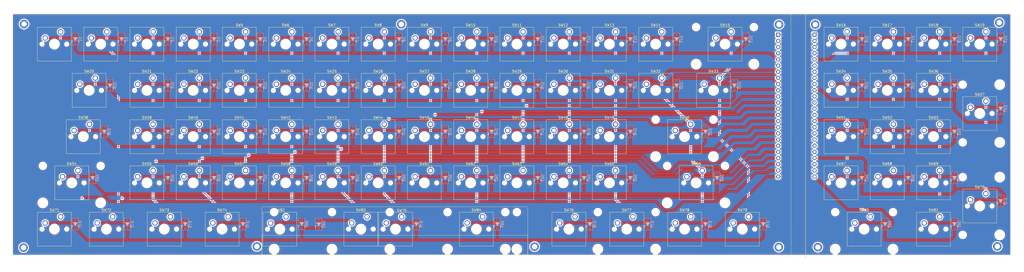
<source format=kicad_pcb>
(kicad_pcb (version 20241229) (generator "pcbnew") (generator_version "9.0")
  (layers (0 "F.Cu" signal) (2 "B.Cu" signal) (13 "F.Paste" user) (15 "B.Paste" user) (5 "F.SilkS" user "F.Silkscreen") (7 "B.SilkS" user "B.Silkscreen") (1 "F.Mask" user) (3 "B.Mask" user) (25 "Edge.Cuts" user))
  (net 0 "")
  (net 1 "C15")
  (net 2 "C13")
  (net 3 "R3")
  (net 4 "C1")
  (net 5 "R1")
  (net 6 "C5")
  (net 7 "C12")
  (net 8 "C9")
  (net 9 "C3")
  (net 10 "C11")
  (net 11 "C14")
  (net 12 "C7")
  (net 13 "R4")
  (net 14 "C6")
  (net 15 "C10")
  (net 16 "R2")
  (net 17 "C0")
  (net 18 "C4")
  (net 19 "R0")
  (net 20 "C8")
  (net 21 "C2")
  (net 22 "Net-(D1-A)")
  (net 23 "Net-(D2-A)")
  (net 24 "Net-(D3-A)")
  (net 25 "Net-(D4-A)")
  (net 26 "Net-(D5-A)")
  (net 27 "Net-(D6-A)")
  (net 28 "Net-(D7-A)")
  (net 29 "Net-(D8-A)")
  (net 30 "Net-(D9-A)")
  (net 31 "Net-(D10-A)")
  (net 32 "Net-(D11-A)")
  (net 33 "Net-(D12-A)")
  (net 34 "Net-(D13-A)")
  (net 35 "Net-(D14-A)")
  (net 36 "Net-(D15-A)")
  (net 37 "Net-(D16-A)")
  (net 38 "Net-(D17-A)")
  (net 39 "Net-(D18-A)")
  (net 40 "Net-(D19-A)")
  (net 41 "Net-(D20-A)")
  (net 42 "Net-(D22-A)")
  (net 43 "Net-(D23-A)")
  (net 44 "Net-(D24-A)")
  (net 45 "Net-(D25-A)")
  (net 46 "Net-(D26-A)")
  (net 47 "Net-(D27-A)")
  (net 48 "Net-(D28-A)")
  (net 49 "Net-(D29-A)")
  (net 50 "Net-(D30-A)")
  (net 51 "Net-(D31-A)")
  (net 52 "Net-(D32-A)")
  (net 53 "Net-(D33-A)")
  (net 54 "Net-(D34-A)")
  (net 55 "Net-(D35-A)")
  (net 56 "Net-(D36-A)")
  (net 57 "Net-(D37-A)")
  (net 58 "Net-(D38-A)")
  (net 59 "Net-(D39-A)")
  (net 60 "Net-(D41-A)")
  (net 61 "Net-(D42-A)")
  (net 62 "Net-(D43-A)")
  (net 63 "Net-(D44-A)")
  (net 64 "Net-(D45-A)")
  (net 65 "Net-(D46-A)")
  (net 66 "Net-(D47-A)")
  (net 67 "Net-(D48-A)")
  (net 68 "Net-(D49-A)")
  (net 69 "Net-(D50-A)")
  (net 70 "Net-(D51-A)")
  (net 71 "Net-(D52-A)")
  (net 72 "Net-(D54-A)")
  (net 73 "Net-(D55-A)")
  (net 74 "Net-(D56-A)")
  (net 75 "Net-(D58-A)")
  (net 76 "Net-(D60-A)")
  (net 77 "Net-(D61-A)")
  (net 78 "Net-(D62-A)")
  (net 79 "Net-(D63-A)")
  (net 80 "Net-(D64-A)")
  (net 81 "Net-(D65-A)")
  (net 82 "Net-(D66-A)")
  (net 83 "Net-(D67-A)")
  (net 84 "Net-(D68-A)")
  (net 85 "Net-(D69-A)")
  (net 86 "Net-(D70-A)")
  (net 87 "Net-(D71-A)")
  (net 88 "Net-(D73-A)")
  (net 89 "Net-(D74-A)")
  (net 90 "Net-(D75-A)")
  (net 91 "Net-(D76-A)")
  (net 92 "Net-(D77-A)")
  (net 93 "Net-(D78-A)")
  (net 94 "Net-(D79-A)")
  (net 95 "Net-(D80-A)")
  (net 96 "Net-(D82-A)")
  (net 97 "Net-(D83-A)")
  (net 98 "Net-(D84-A)")
  (net 99 "C16")
  (net 100 "C17")
  (net 101 "C18")
  (net 102 "Net-(D21-A)")
  (net 103 "Net-(D40-A)")
  (net 104 "Net-(D53-A)")
  (net 105 "Net-(D57-A)")
  (net 106 "Net-(D59-A)")
  (net 107 "Net-(D72-A)")
  (net 108 "Net-(D81-A)")
  (footprint "Button_Switch_Keyboard:SW_Cherry_MX_1.00u_PCB" (layer "F.Cu") (at 266.7 95.25)
    (property "Reference" "SW30")
    (property "Value" "Switch")
  )
  (footprint "Button_Switch_Keyboard:SW_Cherry_MX_1.00u_PCB" (layer "F.Cu") (at 95.25 114.3)
    (property "Reference" "SW39")
    (property "Value" "Switch")
  )
  (footprint "Button_Switch_Keyboard:SW_Cherry_MX_1.00u_PCB" (layer "F.Cu") (at 266.7 114.3)
    (property "Reference" "SW48")
    (property "Value" "Switch")
  )
  (footprint "Button_Switch_Keyboard:SW_Cherry_MX_1.00u_PCB" (layer "F.Cu") (at 114.3 114.3)
    (property "Reference" "SW40")
    (property "Value" "Switch")
  )
  (footprint "Button_Switch_Keyboard:SW_Cherry_MX_1.00u_PCB" (layer "F.Cu") (at 133.35 133.35)
    (property "Reference" "SW57")
    (property "Value" "Switch")
  )
  (footprint "Button_Switch_Keyboard:SW_Cherry_MX_1.25u_PCB" (layer "F.Cu") (at 126.20625 152.4)
    (property "Reference" "SW74")
    (property "Value" "Switch")
  )
  (footprint "Button_Switch_Keyboard:SW_Cherry_MX_1.00u_PCB" (layer "F.Cu") (at 190.5 95.25)
    (property "Reference" "SW26")
    (property "Value" "Switch")
  )
  (footprint "Connector_PinHeader_2.54mm:PinHeader_1x24_P2.54mm_Vertical" (layer "F.Cu") (at 352.74 77.42)
    (property "Reference" "J1" (hide yes))
    (property "Value" "Conn_01x24_Socket" (hide yes))
  )
  (footprint "MountingHole:MountingHole_2.2mm_M2_ISO7380_Pad_TopBottom" (layer "F.Cu") (at 138 164.6)
    (property "Reference" "REF**" (hide yes))
    (property "Value" "MountingHole_2.2mm_M2_ISO7380_Pad_TopBottom" (hide yes))
  )
  (footprint "Button_Switch_Keyboard:SW_Cherry_MX_2.00u_Vertical_PCB" (layer "F.Cu") (at 438.3 104.775)
    (property "Reference" "SW37")
    (property "Value" "Switch")
  )
  (footprint "Button_Switch_Keyboard:SW_Cherry_MX_6.25u_PCB" (layer "F.Cu") (at 197.64375 152.4)
    (property "Reference" "SW75")
    (property "Value" "Switch")
  )
  (footprint "Button_Switch_Keyboard:SW_Cherry_MX_1.00u_PCB" (layer "F.Cu") (at 381.15 76.2)
    (property "Reference" "SW16")
    (property "Value" "Switch")
  )
  (footprint "Button_Switch_Keyboard:SW_Cherry_MX_1.25u_PCB" (layer "F.Cu") (at 340.51875 152.4)
    (property "Reference" "SW79")
    (property "Value" "Switch")
  )
  (footprint "Button_Switch_Keyboard:SW_Cherry_MX_1.00u_PCB" (layer "F.Cu") (at 171.45 76.2)
    (property "Reference" "SW7")
    (property "Value" "Switch")
  )
  (footprint "Button_Switch_Keyboard:SW_Cherry_MX_1.00u_PCB" (layer "F.Cu") (at 76.2 76.2)
    (property "Reference" "SW2" (hide yes))
    (property "Value" "Switch")
  )
  (footprint "Button_Switch_Keyboard:SW_Cherry_MX_1.00u_PCB" (layer "F.Cu") (at 419.25 95.25)
    (property "Reference" "SW36")
    (property "Value" "Switch")
  )
  (footprint "MountingHole:MountingHole_2.2mm_M2_ISO7380_Pad_TopBottom" (layer "F.Cu") (at 353 164.9)
    (property "Reference" "REF**" (hide yes))
    (property "Value" "MountingHole_2.2mm_M2_ISO7380_Pad_TopBottom" (hide yes))
  )
  (footprint "Button_Switch_Keyboard:SW_Cherry_MX_1.00u_PCB" (layer "F.Cu") (at 304.8 95.25)
    (property "Reference" "SW32")
    (property "Value" "Switch")
  )
  (footprint "Button_Switch_Keyboard:SW_Cherry_MX_1.00u_PCB" (layer "F.Cu") (at 171.45 95.25)
    (property "Reference" "SW25")
    (property "Value" "Switch")
  )
  (footprint "Button_Switch_Keyboard:SW_Cherry_MX_1.75u_PCB" (layer "F.Cu") (at 69.05625 114.3)
    (property "Reference" "SW38")
    (property "Value" "Switch")
  )
  (footprint "Button_Switch_Keyboard:SW_Cherry_MX_1.00u_PCB" (layer "F.Cu") (at 57.15 76.2)
    (property "Reference" "SW1" (hide yes))
    (property "Value" "Switch")
  )
  (footprint "Button_Switch_Keyboard:SW_Cherry_MX_1.00u_PCB" (layer "F.Cu") (at 95.25 133.35)
    (property "Reference" "SW55")
    (property "Value" "Switch")
  )
  (footprint "Button_Switch_Keyboard:SW_Cherry_MX_1.00u_PCB" (layer "F.Cu") (at 57.15 152.4)
    (property "Reference" "SW71")
    (property "Value" "Switch")
  )
  (footprint "Button_Switch_Keyboard:SW_Cherry_MX_1.00u_PCB" (layer "F.Cu") (at 419.25 76.2)
    (property "Reference" "SW18")
    (property "Value" "Switch")
  )
  (footprint "Button_Switch_Keyboard:SW_Cherry_MX_2.25u_PCB" (layer "F.Cu") (at 183.39675 152.39105)
    (property "Reference" "SW83")
    (property "Value" "Switch")
  )
  (footprint "Button_Switch_Keyboard:SW_Cherry_MX_1.00u_PCB" (layer "F.Cu") (at 133.35 95.25)
    (property "Reference" "SW23")
    (property "Value" "Switch")
  )
  (footprint "Button_Switch_Keyboard:SW_Cherry_MX_1.00u_PCB" (layer "F.Cu") (at 190.5 114.3)
    (property "Reference" "SW44")
    (property "Value" "Switch")
  )
  (footprint "MountingHole:MountingHole_2.2mm_M2_ISO7380_Pad_TopBottom" (layer "F.Cu") (at 368 73.2)
    (property "Reference" "REF**" (hide yes))
    (property "Value" "MountingHole_2.2mm_M2_ISO7380_Pad_TopBottom" (hide yes))
  )
  (footprint "Button_Switch_Keyboard:SW_Cherry_MX_1.00u_PCB" (layer "F.Cu") (at 419.25 152.4)
    (property "Reference" "SW81")
    (property "Value" "Switch")
  )
  (footprint "Button_Switch_Keyboard:SW_Cherry_MX_1.00u_PCB" (layer "F.Cu") (at 152.4 133.35)
    (property "Reference" "SW58")
    (property "Value" "Switch")
  )
  (footprint "Button_Switch_Keyboard:SW_Cherry_MX_1.00u_PCB" (layer "F.Cu") (at 133.35 76.2)
    (property "Reference" "SW5")
    (property "Value" "Switch")
  )
  (footprint "MountingHole:MountingHole_2.2mm_M2_ISO7380_Pad_TopBottom" (layer "F.Cu") (at 42.1 73)
    (property "Reference" "REF**" (hide yes))
    (property "Value" "MountingHole_2.2mm_M2_ISO7380_Pad_TopBottom" (hide yes))
  )
  (footprint "Button_Switch_Keyboard:SW_Cherry_MX_1.00u_PCB" (layer "F.Cu") (at 114.3 76.2)
    (property "Reference" "SW4" (hide yes))
    (property "Value" "Switch")
  )
  (footprint "MountingHole:MountingHole_2.2mm_M2_ISO7380_Pad_TopBottom" (layer "F.Cu") (at 197.5 73.1)
    (property "Reference" "REF**" (hide yes))
    (property "Value" "MountingHole_2.2mm_M2_ISO7380_Pad_TopBottom" (hide yes))
  )
  (footprint "Button_Switch_Keyboard:SW_Cherry_MX_1.00u_PCB" (layer "F.Cu") (at 228.6 114.3)
    (property "Reference" "SW46")
    (property "Value" "Switch")
  )
  (footprint "Connector_PinHeader_2.54mm:PinHeader_1x24_P2.54mm_Vertical" (layer "F.Cu") (at 367.72 77.4)
    (property "Reference" "J2" (hide yes))
    (property "Value" "Conn_01x24_Socket" (hide yes))
  )
  (footprint "Button_Switch_Keyboard:SW_Cherry_MX_1.00u_PCB" (layer "F.Cu") (at 285.75 95.25)
    (property "Reference" "SW31")
    (property "Value" "Switch")
  )
  (footprint "Button_Switch_Keyboard:SW_Cherry_MX_1.00u_PCB" (layer "F.Cu") (at 152.4 76.2)
    (property "Reference" "SW6")
    (property "Value" "Switch")
  )
  (footprint "Button_Switch_Keyboard:SW_Cherry_MX_1.00u_PCB" (layer "F.Cu") (at 400.2 133.35)
    (property "Reference" "SW68")
    (property "Value" "Switch")
  )
  (footprint "Button_Switch_Keyboard:SW_Cherry_MX_2.25u_PCB" (layer "F.Cu") (at 316.70625 114.3)
    (property "Reference" "SW50")
    (property "Value" "Switch")
  )
  (footprint "MountingHole:MountingHole_2.2mm_M2_ISO7380_Pad_TopBottom" (layer "F.Cu") (at 369.1 164.9)
    (property "Reference" "REF**" (hide yes))
    (property "Value" "MountingHole_2.2mm_M2_ISO7380_Pad_TopBottom" (hide yes))
  )
  (footprint "Button_Switch_Keyboard:SW_Cherry_MX_1.00u_PCB" (layer "F.Cu") (at 95.25 76.2)
    (property "Reference" "SW3" (hide yes))
    (property "Value" "Switch")
  )
  (footprint "MountingHole:MountingHole_2.2mm_M2_ISO7380_Pad_TopBottom" (layer "F.Cu") (at 443 164.6)
    (property "Reference" "REF**" (hide yes))
    (property "Value" "MountingHole_2.2mm_M2_ISO7380_Pad_TopBottom" (hide yes))
  )
  (footprint "Button_Switch_Keyboard:SW_Cherry_MX_2.00u_Vertical_PCB" (layer "F.Cu") (at 438.3 142.875)
    (property "Reference" "SW70")
    (property "Value" "Switch")
  )
  (footprint "Button_Switch_Keyboard:SW_Cherry_MX_1.00u_PCB" (layer "F.Cu") (at 419.25 133.35)
    (property "Reference" "SW69")
    (property "Value" "Switch")
  )
  (footprint "Button_Switch_Keyboard:SW_Cherry_MX_2.00u_PCB" (layer "F.Cu") (at 292.89375 152.4)
    (property "Reference" "SW77")
    (property "Value" "Switch")
  )
  (footprint "Button_Switch_Keyboard:SW_Cherry_MX_2.00u_PCB" (layer "F.Cu") (at 333.375 76.2)
    (property "Reference" "SW15")
    (property "Value" "Switch")
  )
  (footprint "Button_Switch_Keyboard:SW_Cherry_MX_1.00u_PCB" (layer "F.Cu") (at 400.2 114.3)
    (property "Reference" "SW52")
    (property "Value" "Switch")
  )
  (footprint "Button_Switch_Keyboard:SW_Cherry_MX_2.75u_PCB" (layer "F.Cu") (at 321.46875 133.35)
    (property "Reference" "SW66")
    (property "Value" "Switch")
  )
  (footprint "MountingHole:MountingHole_2.2mm_M2_ISO7380_Pad_TopBottom" (layer "F.Cu") (at 353.1 73.2)
    (property "Reference" "REF**" (hide yes))
    (property "Value" "MountingHole_2.2mm_M2_ISO7380_Pad_TopBottom" (hide yes))
  )
  (footprint "Button_Switch_Keyboard:SW_Cherry_MX_1.00u_PCB" (layer "F.Cu") (at 133.35 114.3)
    (property "Reference" "SW41")
    (property "Value" "Switch")
  )
  (footprint "Button_Switch_Keyboard:SW_Cherry_MX_1.00u_PCB" (layer "F.Cu") (at 419.25 114.3)
    (property "Reference" "SW53")
    (property "Value" "Switch")
  )
  (footprint "Button_Switch_Keyboard:SW_Cherry_MX_1.00u_PCB" (layer "F.Cu") (at 190.5 133.35)
    (property "Reference" "SW60")
    (property "Value" "Switch")
  )
  (footprint "Button_Switch_Keyboard:SW_Cherry_MX_1.00u_PCB" (layer "F.Cu") (at 114.3 95.25)
    (property "Reference" "SW22")
    (property "Value" "Switch")
  )
  (footprint "Button_Switch_Keyboard:SW_Cherry_MX_1.00u_PCB" (layer "F.Cu") (at 381.15 133.35)
    (property "Reference" "SW67")
    (property "Value" "Switch")
  )
  (footprint "Button_Switch_Keyboard:SW_Cherry_MX_1.00u_PCB" (layer "F.Cu") (at 228.6 76.2)
    (property "Reference" "SW10")
    (property "Value" "Switch")
  )
  (footprint "MountingHole:MountingHole_2.2mm_M2_ISO7380_Pad_TopBottom" (layer "F.Cu") (at 252.4 164.7)
    (property "Reference" "REF**" (hide yes))
    (property "Value" "MountingHole_2.2mm_M2_ISO7380_Pad_TopBottom" (hide yes))
  )
  (footprint "Button_Switch_Keyboard:SW_Cherry_MX_1.50u_PCB" (layer "F.Cu") (at 328.6125 95.25)
    (property "Reference" "SW33")
    (property "Value" "Switch")
  )
  (footprint "Button_Switch_Keyboard:SW_Cherry_MX_1.50u_PCB" (layer "F.Cu") (at 71.4375 95.25)
    (property "Reference" "SW20")
    (property "Value" "Switch")
  )
  (footprint "Button_Switch_Keyboard:SW_Cherry_MX_1.00u_PCB" (layer "F.Cu") (at 247.65 95.25)
    (property "Reference" "SW29")
    (property "Value" "Switch")
  )
  (footprint "Button_Switch_Keyboard:SW_Cherry_MX_1.00u_PCB" (layer "F.Cu") (at 171.45 114.3)
    (property "Reference" "SW43")
    (property "Value" "Switch")
  )
  (footprint "Button_Switch_Keyboard:SW_Cherry_MX_1.00u_PCB" (layer "F.Cu") (at 316.70625 152.4)
    (property "Reference" "SW78")
    (property "Value" "Switch")
  )
  (footprint "Button_Switch_Keyboard:SW_Cherry_MX_1.00u_PCB" (layer "F.Cu") (at 171.45 133.35)
    (property "Reference" "SW59")
    (property "Value" "Switch")
  )
  (footprint "Button_Switch_Keyboard:SW_Cherry_MX_1.00u_PCB" (layer "F.Cu") (at 381.15 95.25)
    (property "Reference" "SW34")
    (property "Value" "Switch")
  )
  (footprint "Button_Switch_Keyboard:SW_Cherry_MX_1.00u_PCB" (layer "F.Cu") (at 285.75 76.2)
    (property "Reference" "SW13")
    (property "Value" "Switch")
  )
  (footprint "MountingHole:MountingHole_2.2mm_M2_ISO7380_Pad_TopBottom" (layer "F.Cu") (at 41.9 165.1)
    (property "Reference" "REF**" (hide yes))
    (property "Value" "MountingHole_2.2mm_M2_ISO7380_Pad_TopBottom" (hide yes))
  )
  (footprint "MountingHole:MountingHole_2.2mm_M2_ISO7380_Pad_TopBottom" (layer "F.Cu") (at 443.8 72.4)
    (property "Reference" "REF**" (hide yes))
    (property "Value" "MountingHole_2.2mm_M2_ISO7380_Pad_TopBottom" (hide yes))
  )
  (footprint "Button_Switch_Keyboard:SW_Cherry_MX_1.00u_PCB" (layer "F.Cu") (at 400.2 76.2)
    (property "Reference" "SW17")
    (property "Value" "Switch")
  )
  (footprint "Button_Switch_Keyboard:SW_Cherry_MX_1.25u_PCB" (layer "F.Cu") (at 78.58125 152.4)
    (property "Reference" "SW72")
    (property "Value" "Switch")
  )
  (footprint "Button_Switch_Keyboard:SW_Cherry_MX_1.00u_PCB" (layer "F.Cu") (at 95.25 95.25)
    (property "Reference" "SW21")
    (property "Value" "Switch")
  )
  (footprint "Button_Switch_Keyboard:SW_Cherry_MX_1.25u_PCB" (layer "F.Cu") (at 269.08125 152.4)
    (property "Reference" "SW76")
    (property "Value" "Switch")
  )
  (footprint "Button_Switch_Keyboard:SW_Cherry_MX_1.00u_PCB" (layer "F.Cu") (at 209.55 76.2)
    (property "Reference" "SW9")
    (property "Value" "Switch")
  )
  (footprint "Button_Switch_Keyboard:SW_Cherry_MX_2.75u_PCB" (layer "F.Cu") (at 230.98125 152.4)
    (property "Reference" "SW84")
    (property "Value" "Switch")
  )
  (footprint "Button_Switch_Keyboard:SW_Cherry_MX_1.00u_PCB" (layer "F.Cu") (at 247.65 133.35)
    (property "Reference" "SW63")
    (property "Value" "Switch")
  )
  (footprint "Button_Switch_Keyboard:SW_Cherry_MX_1.00u_PCB" (layer "F.Cu") (at 438.3 76.2)
    (property "Reference" "SW19")
    (property "Value" "Switch")
  )
  (footprint "Button_Switch_Keyboard:SW_Cherry_MX_1.25u_PCB" (layer "F.Cu") (at 150.02475 152.42)
    (property "Reference" "SW82")
    (property "Value" "Switch")
  )
  (footprint "Button_Switch_Keyboard:SW_Cherry_MX_1.00u_PCB" (layer "F.Cu") (at 209.55 114.3)
    (property "Reference" "SW45")
    (property "Value" "Switch")
  )
  (footprint "Button_Switch_Keyboard:SW_Cherry_MX_1.00u_PCB" (layer "F.Cu") (at 114.3 133.35)
    (property "Reference" "SW56")
    (property "Value" "Switch")
  )
  (footprint "Button_Switch_Keyboard:SW_Cherry_MX_1.00u_PCB" (layer "F.Cu") (at 381.15 114.3)
    (property "Reference" "SW51")
    (property "Value" "Switch")
  )
  (footprint "Button_Switch_Keyboard:SW_Cherry_MX_1.00u_PCB" (layer "F.Cu") (at 400.2 95.25)
    (property "Reference" "SW35")
    (property "Value" "Switch")
  )
  (footprint "Button_Switch_Keyboard:SW_Cherry_MX_1.00u_PCB" (layer "F.Cu") (at 266.7 133.35)
    (property "Reference" "SW64")
    (property "Value" "Switch")
  )
  (footprint "Button_Switch_Keyboard:SW_Cherry_MX_2.25u_PCB" (layer "F.Cu") (at 390.675 152.4)
    (property "Reference" "SW80")
    (property "Value" "Switch")
  )
  (footprint "Button_Switch_Keyboard:SW_Cherry_MX_1.00u_PCB" (layer "F.Cu") (at 209.55 95.25)
    (property "Reference" "SW27")
    (property "Value" "Switch")
  )
  (footprint "Button_Switch_Keyboard:SW_Cherry_MX_1.00u_PCB" (layer "F.Cu") (at 247.65 114.3)
    (property "Reference" "SW47")
    (property "Value" "Switch")
  )
  (footprint "Button_Switch_Keyboard:SW_Cherry_MX_2.25u_PCB" (layer "F.Cu") (at 64.29375 133.35)
    (property "Reference" "SW54")
    (property "Value" "Switch")
  )
  (footprint "Button_Switch_Keyboard:SW_Cherry_MX_1.25u_PCB" (layer "F.Cu") (at 102.39375 152.4)
    (property "Reference" "SW73")
    (property "Value" "Switch")
  )
  (footprint "Button_Switch_Keyboard:SW_Cherry_MX_1.00u_PCB" (layer "F.Cu") (at 285.75 133.35)
    (property "Reference" "SW65")
    (property "Value" "Switch")
  )
  (footprint "Button_Switch_Keyboard:SW_Cherry_MX_1.00u_PCB" (layer "F.Cu") (at 247.65 76.2)
    (property "Reference" "SW11")
    (property "Value" "Switch")
  )
  (footprint "Button_Switch_Keyboard:SW_Cherry_MX_1.00u_PCB" (layer "F.Cu") (at 228.6 133.35)
    (property "Reference" "SW62")
    (property "Value" "Switch")
  )
  (footprint "Button_Switch_Keyboard:SW_Cherry_MX_1.00u_PCB" (layer "F.Cu") (at 266.7 76.2)
    (property "Reference" "SW12")
    (property "Value" "Switch")
  )
  (footprint "Button_Switch_Keyboard:SW_Cherry_MX_1.00u_PCB" (layer "F.Cu") (at 304.8 76.2)
    (property "Reference" "SW14")
    (property "Value" "Switch")
  )
  (footprint "Button_Switch_Keyboard:SW_Cherry_MX_1.00u_PCB" (layer "F.Cu") (at 190.5 76.2)
    (property "Reference" "SW8")
    (property "Value" "Switch")
  )
  (footprint "Button_Switch_Keyboard:SW_Cherry_MX_1.00u_PCB" (layer "F.Cu") (at 152.4 95.25)
    (property "Reference" "SW24")
    (property "Value" "Switch")
  )
  (footprint "Button_Switch_Keyboard:SW_Cherry_MX_1.00u_PCB" (layer "F.Cu") (at 228.6 95.25)
    (property "Reference" "SW28")
    (property "Value" "Switch")
  )
  (footprint "Button_Switch_Keyboard:SW_Cherry_MX_1.00u_PCB" (layer "F.Cu") (at 209.55 133.35)
    (property "Reference" "SW61")
    (property "Value" "Switch")
  )
  (footprint "Button_Switch_Keyboard:SW_Cherry_MX_1.00u_PCB" (layer "F.Cu") (at 152.4 114.3)
    (property "Reference" "SW42")
    (property "Value" "Switch")
  )
  (footprint "Button_Switch_Keyboard:SW_Cherry_MX_1.00u_PCB" (layer "F.Cu") (at 285.75 114.3)
    (property "Reference" "SW49")
    (property "Value" "Switch")
  )
  (footprint "PCM_Diode_SMD_Handsoldering_AKL:D_SOD-123" (layer "B.Cu") (at 346.59875 155.43 90)
    (property "Reference" "D79")
    (property "Value" "Diode" (hide yes))
  )
  (footprint "PCM_Diode_SMD_Handsoldering_AKL:D_SOD-123" (layer "B.Cu") (at 310.88 98.28 90)
    (property "Reference" "D32")
    (property "Value" "Diode" (hide yes))
  )
  (footprint "PCM_Diode_SMD_Handsoldering_AKL:D_SOD-123" (layer "B.Cu") (at 387.23 98.28 90)
    (property "Reference" "D34")
    (property "Value" "Diode" (hide yes))
  )
  (footprint "PCM_Diode_SMD_Handsoldering_AKL:D_SOD-123" (layer "B.Cu") (at 77.5175 98.28 90)
    (property "Reference" "D20")
    (property "Value" "Diode" (hide yes))
  )
  (footprint "PCM_Diode_SMD_Handsoldering_AKL:D_SOD-123" (layer "B.Cu") (at 387.23 117.33 90)
    (property "Reference" "D51")
    (property "Value" "Diode" (hide yes))
  )
  (footprint "PCM_Diode_SMD_Handsoldering_AKL:D_SOD-123" (layer "B.Cu") (at 101.33 98.28 90)
    (property "Reference" "D21")
    (property "Value" "Diode" (hide yes))
  )
  (footprint "PCM_Diode_SMD_Handsoldering_AKL:D_SOD-123" (layer "B.Cu") (at 327.54875 136.38 90)
    (property "Reference" "D66")
    (property "Value" "Diode" (hide yes))
  )
  (footprint "PCM_Diode_SMD_Handsoldering_AKL:D_SOD-123" (layer "B.Cu") (at 339.455 79.23 90)
    (property "Reference" "D15")
    (property "Value" "Diode" (hide yes))
  )
  (footprint "PCM_Diode_SMD_Handsoldering_AKL:D_SOD-123" (layer "B.Cu") (at 253.73 98.28 90)
    (property "Reference" "D29")
    (property "Value" "Diode" (hide yes))
  )
  (footprint "PCM_Diode_SMD_Handsoldering_AKL:D_SOD-123" (layer "B.Cu") (at 108.47375 155.43 90)
    (property "Reference" "D73")
    (property "Value" "Diode" (hide yes))
  )
  (footprint "PCM_Diode_SMD_Handsoldering_AKL:D_SOD-123" (layer "B.Cu") (at 120.38 98.28 90)
    (property "Reference" "D22")
    (property "Value" "Diode" (hide yes))
  )
  (footprint "PCM_Diode_SMD_Handsoldering_AKL:D_SOD-123" (layer "B.Cu") (at 272.78 79.23 90)
    (property "Reference" "D12")
    (property "Value" "Diode" (hide yes))
  )
  (footprint "PCM_Diode_SMD_Handsoldering_AKL:D_SOD-123" (layer "B.Cu") (at 444.38 79.23 90)
    (property "Reference" "D19")
    (property "Value" "Diode" (hide yes))
  )
  (footprint "PCM_Diode_SMD_Handsoldering_AKL:D_SOD-123" (layer "B.Cu") (at 120.38 79.23 90)
    (property "Reference" "D4")
    (property "Value" "Diode" (hide yes))
  )
  (footprint "PCM_Diode_SMD_Handsoldering_AKL:D_SOD-123" (layer "B.Cu") (at 253.73 117.33 90)
    (property "Reference" "D47")
    (property "Value" "Diode" (hide yes))
  )
  (footprint "PCM_Diode_SMD_Handsoldering_AKL:D_SOD-123" (layer "B.Cu") (at 253.73 79.23 90)
    (property "Reference" "D11")
    (property "Value" "Diode" (hide yes))
  )
  (footprint "PCM_Diode_SMD_Handsoldering_AKL:D_SOD-123" (layer "B.Cu") (at 63.23 79.23 90)
    (property "Reference" "D1")
    (property "Value" "Diode" (hide yes))
  )
  (footprint "PCM_Diode_SMD_Handsoldering_AKL:D_SOD-123" (layer "B.Cu") (at 291.83 79.23 90)
    (property "Reference" "D13")
    (property "Value" "Diode" (hide yes))
  )
  (footprint "PCM_Diode_SMD_Handsoldering_AKL:D_SOD-123" (layer "B.Cu") (at 444.38 145.905 90)
    (property "Reference" "D70")
    (property "Value" "Diode" (hide yes))
  )
  (footprint "PCM_Diode_SMD_Handsoldering_AKL:D_SOD-123" (layer "B.Cu") (at 444.38 107.805 90)
    (property "Reference" "D37")
    (property "Value" "Diode" (hide yes))
  )
  (footprint "PCM_Diode_SMD_Handsoldering_AKL:D_SOD-123" (layer "B.Cu") (at 406.28 136.38 90)
    (property "Reference" "D68")
    (property "Value" "Diode" (hide yes))
  )
  (footprint "PCM_Diode_SMD_Handsoldering_AKL:D_SOD-123" (layer "B.Cu") (at 139.43 136.38 90)
    (property "Reference" "D57")
    (property "Value" "Diode" (hide yes))
  )
  (footprint "PCM_Diode_SMD_Handsoldering_AKL:D_SOD-123" (layer "B.Cu") (at 406.28 98.28 90)
    (property "Reference" "D35")
    (property "Value" "Diode" (hide yes))
  )
  (footprint "PCM_Diode_SMD_Handsoldering_AKL:D_SOD-123" (layer "B.Cu") (at 310.88 79.23 90)
    (property "Reference" "D14")
    (property "Value" "Diode" (hide yes))
  )
  (footprint "PCM_Diode_SMD_Handsoldering_AKL:D_SOD-123" (layer "B.Cu") (at 215.63 136.38 90)
    (property "Reference" "D61")
    (property "Value" "Diode" (hide yes))
  )
  (footprint "PCM_Diode_SMD_Handsoldering_AKL:D_SOD-123" (layer "B.Cu") (at 234.68 98.28 90)
    (property "Reference" "D28")
    (property "Value" "Diode" (hide yes))
  )
  (footprint "PCM_Diode_SMD_Handsoldering_AKL:D_SOD-123" (layer "B.Cu") (at 215.63 79.23 90)
    (property "Reference" "D9")
    (property "Value" "Diode" (hide yes))
  )
  (footprint "PCM_Diode_SMD_Handsoldering_AKL:D_SOD-123" (layer "B.Cu") (at 70.37375 136.38 90)
    (property "Reference" "D54")
    (property "Value" "Diode" (hide yes))
  )
  (footprint "PCM_Diode_SMD_Handsoldering_AKL:D_SOD-123" (layer "B.Cu") (at 425.33 155.43 90)
    (property "Reference" "D81")
    (property "Value" "Diode" (hide yes))
  )
  (footprint "PCM_Diode_SMD_Handsoldering_AKL:D_SOD-123" (layer "B.Cu") (at 196.58 79.23 90)
    (property "Reference" "D8")
    (property "Value" "Diode" (hide yes))
  )
  (footprint "PCM_Diode_SMD_Handsoldering_AKL:D_SOD-123" (layer "B.Cu") (at 158.48 117.33 90)
    (property "Reference" "D42")
    (property "Value" "Diode" (hide yes))
  )
  (footprint "PCM_Diode_SMD_Handsoldering_AKL:D_SOD-123" (layer "B.Cu") (at 322.78625 155.43 90)
    (property "Reference" "D78")
    (property "Value" "Diode" (hide yes))
  )
  (footprint "PCM_Diode_SMD_Handsoldering_AKL:D_SOD-123" (layer "B.Cu") (at 156.5 155.35 90)
    (property "Reference" "D82")
    (property "Value" "Diode" (hide yes))
  )
  (footprint "PCM_Diode_SMD_Handsoldering_AKL:D_SOD-123" (layer "B.Cu") (at 234.68 117.33 90)
    (property "Reference" "D46")
    (property "Value" "Diode" (hide yes))
  )
  (footprint "PCM_Diode_SMD_Handsoldering_AKL:D_SOD-123" (layer "B.Cu") (at 291.83 117.33 90)
    (property "Reference" "D49")
    (property "Value" "Diode" (hide yes))
  )
  (footprint "PCM_Diode_SMD_Handsoldering_AKL:D_SOD-123" (layer "B.Cu") (at 425.33 117.33 90)
    (property "Reference" "D53")
    (property "Value" "Diode" (hide yes))
  )
  (footprint "PCM_Diode_SMD_Handsoldering_AKL:D_SOD-123" (layer "B.Cu") (at 253.73 136.38 90)
    (property "Reference" "D63")
    (property "Value" "Diode" (hide yes))
  )
  (footprint "PCM_Diode_SMD_Handsoldering_AKL:D_SOD-123" (layer "B.Cu") (at 203.72375 155.43 90)
    (property "Reference" "D75")
    (property "Value" "Diode" (hide yes))
  )
  (footprint "PCM_Diode_SMD_Handsoldering_AKL:D_SOD-123" (layer "B.Cu") (at 196.58 136.38 90)
    (property "Reference" "D60")
    (property "Value" "Diode" (hide yes))
  )
  (footprint "PCM_Diode_SMD_Handsoldering_AKL:D_SOD-123" (layer "B.Cu") (at 387.23 136.38 90)
    (property "Reference" "D67")
    (property "Value" "Diode" (hide yes))
  )
  (footprint "PCM_Diode_SMD_Handsoldering_AKL:D_SOD-123" (layer "B.Cu") (at 101.33 79.23 90)
    (property "Reference" "D3")
    (property "Value" "Diode" (hide yes))
  )
  (footprint "PCM_Diode_SMD_Handsoldering_AKL:D_SOD-123" (layer "B.Cu") (at 139.43 117.33 90)
    (property "Reference" "D41")
    (property "Value" "Diode" (hide yes))
  )
  (footprint "PCM_Diode_SMD_Handsoldering_AKL:D_SOD-123" (layer "B.Cu") (at 234.68 79.23 90)
    (property "Reference" "D10")
    (property "Value" "Diode" (hide yes))
  )
  (footprint "PCM_Diode_SMD_Handsoldering_AKL:D_SOD-123" (layer "B.Cu") (at 158.48 79.23 90)
    (property "Reference" "D6")
    (property "Value" "Diode" (hide yes))
  )
  (footprint "PCM_Diode_SMD_Handsoldering_AKL:D_SOD-123" (layer "B.Cu") (at 163.5 155.5 90)
    (property "Reference" "D83")
    (property "Value" "Diode" (hide yes))
  )
  (footprint "PCM_Diode_SMD_Handsoldering_AKL:D_SOD-123" (layer "B.Cu") (at 139.43 98.28 90)
    (property "Reference" "D23")
    (property "Value" "Diode" (hide yes))
  )
  (footprint "PCM_Diode_SMD_Handsoldering_AKL:D_SOD-123" (layer "B.Cu") (at 215.63 98.28 90)
    (property "Reference" "D27")
    (property "Value" "Diode" (hide yes))
  )
  (footprint "PCM_Diode_SMD_Handsoldering_AKL:D_SOD-123" (layer "B.Cu") (at 425.33 136.38 90)
    (property "Reference" "D69")
    (property "Value" "Diode" (hide yes))
  )
  (footprint "PCM_Diode_SMD_Handsoldering_AKL:D_SOD-123" (layer "B.Cu") (at 234.68 136.38 90)
    (property "Reference" "D62")
    (property "Value" "Diode" (hide yes))
  )
  (footprint "PCM_Diode_SMD_Handsoldering_AKL:D_SOD-123" (layer "B.Cu") (at 177.53 98.28 90)
    (property "Reference" "D25")
    (property "Value" "Diode" (hide yes))
  )
  (footprint "PCM_Diode_SMD_Handsoldering_AKL:D_SOD-123" (layer "B.Cu") (at 84.66125 155.43 90)
    (property "Reference" "D72")
    (property "Value" "Diode" (hide yes))
  )
  (footprint "PCM_Diode_SMD_Handsoldering_AKL:D_SOD-123" (layer "B.Cu") (at 132.28625 155.43 90)
    (property "Reference" "D74")
    (property "Value" "Diode" (hide yes))
  )
  (footprint "PCM_Diode_SMD_Handsoldering_AKL:D_SOD-123" (layer "B.Cu") (at 272.78 136.38 90)
    (property "Reference" "D64")
    (property "Value" "Diode" (hide yes))
  )
  (footprint "PCM_Diode_SMD_Handsoldering_AKL:D_SOD-123" (layer "B.Cu") (at 291.83 98.28 90)
    (property "Reference" "D31")
    (property "Value" "Diode" (hide yes))
  )
  (footprint "PCM_Diode_SMD_Handsoldering_AKL:D_SOD-123" (layer "B.Cu") (at 406.28 79.23 90)
    (property "Reference" "D17")
    (property "Value" "Diode" (hide yes))
  )
  (footprint "PCM_Diode_SMD_Handsoldering_AKL:D_SOD-123" (layer "B.Cu") (at 425.33 79.23 90)
    (property "Reference" "D18")
    (property "Value" "Diode" (hide yes))
  )
  (footprint "PCM_Diode_SMD_Handsoldering_AKL:D_SOD-123" (layer "B.Cu") (at 406.28 117.33 90)
    (property "Reference" "D52")
    (property "Value" "Diode" (hide yes))
  )
  (footprint "PCM_Diode_SMD_Handsoldering_AKL:D_SOD-123" (layer "B.Cu") (at 291.83 136.38 90)
    (property "Reference" "D65")
    (property "Value" "Diode" (hide yes))
  )
  (footprint "PCM_Diode_SMD_Handsoldering_AKL:D_SOD-123" (layer "B.Cu") (at 158.48 98.28 90)
    (property "Reference" "D24")
    (property "Value" "Diode" (hide yes))
  )
  (footprint "PCM_Diode_SMD_Handsoldering_AKL:D_SOD-123" (layer "B.Cu") (at 237.06125 155.43 90)
    (property "Reference" "D84")
    (property "Value" "Diode" (hide yes))
  )
  (footprint "PCM_Diode_SMD_Handsoldering_AKL:D_SOD-123" (layer "B.Cu") (at 425.33 98.28 90)
    (property "Reference" "D36")
    (property "Value" "Diode" (hide yes))
  )
  (footprint "PCM_Diode_SMD_Handsoldering_AKL:D_SOD-123" (layer "B.Cu") (at 272.78 98.28 90)
    (property "Reference" "D30")
    (property "Value" "Diode" (hide yes))
  )
  (footprint "PCM_Diode_SMD_Handsoldering_AKL:D_SOD-123" (layer "B.Cu") (at 396.755 155.43 90)
    (property "Reference" "D80")
    (property "Value" "Diode" (hide yes))
  )
  (footprint "PCM_Diode_SMD_Handsoldering_AKL:D_SOD-123" (layer "B.Cu") (at 82.28 79.23 90)
    (property "Reference" "D2")
    (property "Value" "Diode" (hide yes))
  )
  (footprint "PCM_Diode_SMD_Handsoldering_AKL:D_SOD-123" (layer "B.Cu") (at 177.53 136.38 90)
    (property "Reference" "D59")
    (property "Value" "Diode" (hide yes))
  )
  (footprint "PCM_Diode_SMD_Handsoldering_AKL:D_SOD-123" (layer "B.Cu") (at 120.38 117.33 90)
    (property "Reference" "D40")
    (property "Value" "Diode" (hide yes))
  )
  (footprint "PCM_Diode_SMD_Handsoldering_AKL:D_SOD-123" (layer "B.Cu") (at 63.23 155.43 90)
    (property "Reference" "D71")
    (property "Value" "Diode" (hide yes))
  )
  (footprint "PCM_Diode_SMD_Handsoldering_AKL:D_SOD-123" (layer "B.Cu") (at 139.43 79.23 90)
    (property "Reference" "D5")
    (property "Value" "Diode" (hide yes))
  )
  (footprint "PCM_Diode_SMD_Handsoldering_AKL:D_SOD-123" (layer "B.Cu") (at 75.13625 117.33 90)
    (property "Reference" "D38")
    (property "Value" "Diode" (hide yes))
  )
  (footprint "PCM_Diode_SMD_Handsoldering_AKL:D_SOD-123" (layer "B.Cu") (at 215.63 117.33 90)
    (property "Reference" "D45")
    (property "Value" "Diode" (hide yes))
  )
  (footprint "PCM_Diode_SMD_Handsoldering_AKL:D_SOD-123" (layer "B.Cu") (at 101.33 117.33 90)
    (property "Reference" "D39")
    (property "Value" "Diode" (hide yes))
  )
  (footprint "PCM_Diode_SMD_Handsoldering_AKL:D_SOD-123" (layer "B.Cu") (at 196.58 117.33 90)
    (property "Reference" "D44")
    (property "Value" "Diode" (hide yes))
  )
  (footprint "PCM_Diode_SMD_Handsoldering_AKL:D_SOD-123" (layer "B.Cu") (at 298.97375 155.43 90)
    (property "Reference" "D77")
    (property "Value" "Diode" (hide yes))
  )
  (footprint "PCM_Diode_SMD_Handsoldering_AKL:D_SOD-123" (layer "B.Cu") (at 322.78625 117.33 90)
    (property "Reference" "D50")
    (property "Value" "Diode" (hide yes))
  )
  (footprint "PCM_Diode_SMD_Handsoldering_AKL:D_SOD-123" (layer "B.Cu") (at 196.58 98.28 90)
    (property "Reference" "D26")
    (property "Value" "Diode" (hide yes))
  )
  (footprint "PCM_Diode_SMD_Handsoldering_AKL:D_SOD-123" (layer "B.Cu") (at 177.53 79.23 90)
    (property "Reference" "D7")
    (property "Value" "Diode" (hide yes))
  )
  (footprint "PCM_Diode_SMD_Handsoldering_AKL:D_SOD-123" (layer "B.Cu") (at 158.48 136.38 90)
    (property "Reference" "D58")
    (property "Value" "Diode" (hide yes))
  )
  (footprint "PCM_Diode_SMD_Handsoldering_AKL:D_SOD-123" (layer "B.Cu") (at 275.16125 155.43 90)
    (property "Reference" "D76")
    (property "Value" "Diode" (hide yes))
  )
  (footprint "PCM_Diode_SMD_Handsoldering_AKL:D_SOD-123" (layer "B.Cu") (at 272.78 117.33 90)
    (property "Reference" "D48")
    (property "Value" "Diode" (hide yes))
  )
  (footprint "PCM_Diode_SMD_Handsoldering_AKL:D_SOD-123" (layer "B.Cu") (at 387.23 79.23 90)
    (property "Reference" "D16")
    (property "Value" "Diode" (hide yes))
  )
  (footprint "PCM_Diode_SMD_Handsoldering_AKL:D_SOD-123" (layer "B.Cu") (at 334.6925 98.28 90)
    (property "Reference" "D33")
    (property "Value" "Diode" (hide yes))
  )
  (footprint "PCM_Diode_SMD_Handsoldering_AKL:D_SOD-123" (layer "B.Cu") (at 177.53 117.33 90)
    (property "Reference" "D43")
    (property "Value" "Diode" (hide yes))
  )
  (footprint "PCM_Diode_SMD_Handsoldering_AKL:D_SOD-123" (layer "B.Cu") (at 120.38 136.38 90)
    (property "Reference" "D56")
    (property "Value" "Diode" (hide yes))
  )
  (footprint "PCM_Diode_SMD_Handsoldering_AKL:D_SOD-123" (layer "B.Cu") (at 101.33 136.38 90)
    (property "Reference" "D55")
    (property "Value" "Diode" (hide yes))
  )
  (gr_rect (start 140.1 148.3) (end 249.6 168) (stroke (width 0.1)) (fill no) (layer "F.SilkS"))
  (gr_line (start 364 68.6) (end 364 169.8) (stroke (width 0.1)) (layer "F.SilkS"))
  (gr_line (start 358 68.6) (end 358.02 169.87) (stroke (width 0.1)) (layer "F.SilkS"))
  (gr_rect (start 140.1 160) (end 249.6 168) (stroke (width 0.1)) (fill no) (layer "F.SilkS"))
  (gr_line (start 364 68.6) (end 364 169.8) (stroke (width 0.1)) (layer "B.SilkS"))
  (gr_rect (start 37.08 68.52) (end 448.79 168.49) (stroke (width 0.05)) (fill no) (layer "Edge.Cuts"))
  (segment (start 381.15 85.09) (end 381.15 95.25) (width 0.2) (layer "F.Cu") (net 1))
  (segment (start 381.15 95.25) (end 381.15 114.3) (width 0.2) (layer "F.Cu") (net 1))
  (segment (start 381.15 114.3) (end 381.15 133.35) (width 0.2) (layer "F.Cu") (net 1))
  (segment (start 381.08 85.02) (end 381.15 85.09) (width 0.2) (layer "F.Cu") (net 1))
  (segment (start 367.72 85.02) (end 381.08 85.02) (width 0.2) (layer "F.Cu") (net 1))
  (segment (start 381.15 76.2) (end 381.15 85.09) (width 0.2) (layer "F.Cu") (net 1))
  (segment (start 381.15 142.875) (end 390.675 152.4) (width 0.2) (layer "F.Cu") (net 1))
  (segment (start 367.72 85.02) (end 352.76 85.02) (width 0.2) (layer "F.Cu") (net 1))
  (segment (start 381.15 133.35) (end 381.15 142.875) (width 0.2) (layer "F.Cu") (net 1))
  (segment (start 352.76 85.02) (end 352.74 85.04) (width 0.2) (layer "F.Cu") (net 1))
  (segment (start 316.70625 114.3) (end 316.70625 128.5875) (width 0.2) (layer "F.Cu") (net 2))
  (segment (start 304.8 76.2) (end 304.8 95.25) (width 0.2) (layer "F.Cu") (net 2))
  (segment (start 321.46875 147.6375) (end 316.70625 152.4) (width 0.2) (layer "F.Cu") (net 2))
  (segment (start 367.7 92.66) (end 367.72 92.64) (width 0.2) (layer "F.Cu") (net 2))
  (segment (start 304.8 102.39375) (end 316.70625 114.3) (width 0.2) (layer "F.Cu") (net 2))
  (segment (start 321.46875 133.35) (end 321.46875 147.6375) (width 0.2) (layer "F.Cu") (net 2))
  (segment (start 352.74 92.66) (end 367.7 92.66) (width 0.2) (layer "F.Cu") (net 2))
  (segment (start 316.70625 128.5875) (end 321.46875 133.35) (width 0.2) (layer "F.Cu") (net 2))
  (segment (start 304.8 95.25) (end 304.8 102.39375) (width 0.2) (layer "F.Cu") (net 2))
  (segment (start 304.8 95.25) (end 308.06 91.99) (width 0.2) (layer "B.Cu") (net 2))
  (segment (start 308.06 91.99) (end 350.75 91.99) (width 0.2) (layer "B.Cu") (net 2))
  (segment (start 350.75 91.99) (end 350.76 91.98) (width 0.2) (layer "B.Cu") (net 2))
  (segment (start 350.76 91.98) (end 351.37 91.98) (width 0.2) (layer "B.Cu") (net 2))
  (segment (start 351.37 91.98) (end 352.05 92.66) (width 0.2) (layer "B.Cu") (net 2))
  (segment (start 352.05 92.66) (end 352.74 92.66) (width 0.2) (layer "B.Cu") (net 2))
  (segment (start 367.7 128.22) (end 367.72 128.2) (width 0.2) (layer "F.Cu") (net 3))
  (segment (start 352.74 128.22) (end 367.7 128.22) (width 0.2) (layer "F.Cu") (net 3))
  (segment (start 425.33 140.89) (end 425.33 138.03) (width 0.2) (layer "B.Cu") (net 3))
  (segment (start 341.35 130.26) (end 333.58 138.03) (width 0.2) (layer "B.Cu") (net 3))
  (segment (start 424.11 143) (end 425.33 141.78) (width 0.2) (layer "B.Cu") (net 3))
  (segment (start 120.38 143) (end 139.46 143) (width 0.2) (layer "B.Cu") (net 3))
  (segment (start 234.71 143) (end 253.73 143) (width 0.2) (layer "B.Cu") (net 3))
  (segment (start 406.28 138.03) (end 406.28 142.99) (width 0.2) (layer "B.Cu") (net 3))
  (segment (start 388.69 136.57) (end 387.23 138.03) (width 0.2) (layer "B.Cu") (net 3))
  (segment (start 101.35 143) (end 120.38 143) (width 0.2) (layer "B.Cu") (net 3))
  (segment (start 388.69 129.4) (end 388.69 136.57) (width 0.2) (layer "B.Cu") (net 3))
  (segment (start 177.54 143) (end 196.59 143) (width 0.2) (layer "B.Cu") (net 3))
  (segment (start 196.59 143) (end 215.64 143) (width 0.2) (layer "B.Cu") (net 3))
  (segment (start 75.34375 143) (end 101.35 143) (width 0.2) (layer "B.Cu") (net 3))
  (segment (start 327.54875 142.45125) (end 327.54875 138.03) (width 0.2) (layer "B.Cu") (net 3))
  (segment (start 196.58 138.03) (end 196.58 142.99) (width 0.2) (layer "B.Cu") (net 3))
  (segment (start 445.9 146.035) (end 445.9 143.16) (width 0.2) (layer "B.Cu") (net 3))
  (segment (start 215.64 143) (end 234.71 143) (width 0.2) (layer "B.Cu") (net 3))
  (segment (start 158.48 142.98) (end 158.5 143) (width 0.2) (layer "B.Cu") (net 3))
  (segment (start 177.53 138.03) (end 177.53 142.99) (width 0.2) (layer "B.Cu") (net 3))
  (segment (start 120.38 138.03) (end 120.38 143) (width 0.2) (layer "B.Cu") (net 3))
  (segment (start 234.68 138.03) (end 234.68 142.97) (width 0.2) (layer "B.Cu") (net 3))
  (segment (start 333.58 138.03) (end 327.54875 138.03) (width 0.2) (layer "B.Cu") (net 3))
  (segment (start 196.58 142.99) (end 196.59 143) (width 0.2) (layer "B.Cu") (net 3))
  (segment (start 327 143) (end 327.54875 142.45125) (width 0.2) (layer "B.Cu") (net 3))
  (segment (start 352.74 128.22) (end 348.37 128.22) (width 0.2) (layer "B.Cu") (net 3))
  (segment (start 443.63 140.89) (end 425.33 140.89) (width 0.2) (layer "B.Cu") (net 3))
  (segment (start 253.73 143) (end 272.78 143) (width 0.2) (layer "B.Cu") (net 3))
  (segment (start 177.53 142.99) (end 177.54 143) (width 0.2) (layer "B.Cu") (net 3))
  (segment (start 444.38 147.555) (end 445.9 146.035) (width 0.2) (layer "B.Cu") (net 3))
  (segment (start 234.68 142.97) (end 234.71 143) (width 0.2) (layer "B.Cu") (net 3))
  (segment (start 367.72 128.2) (end 387.49 128.2) (width 0.2) (layer "B.Cu") (net 3))
  (segment (start 158.48 138.03) (end 158.48 142.98) (width 0.2) (layer "B.Cu") (net 3))
  (segment (start 291.83 138.03) (end 291.83 143) (width 0.2) (layer "B.Cu") (net 3))
  (segment (start 215.63 138.03) (end 215.63 142.99) (width 0.2) (layer "B.Cu") (net 3))
  (segment (start 291.83 143) (end 327 143) (width 0.2) (layer "B.Cu") (net 3))
  (segment (start 253.73 138.03) (end 253.73 143) (width 0.2) (layer "B.Cu") (net 3))
  (segment (start 387.23 143) (end 406.29 143) (width 0.2) (layer "B.Cu") (net 3))
  (segment (start 158.5 143) (end 177.54 143) (width 0.2) (layer "B.Cu") (net 3))
  (segment (start 272.78 143) (end 291.83 143) (width 0.2) (layer "B.Cu") (net 3))
  (segment (start 139.43 142.97) (end 139.46 143) (width 0.2) (layer "B.Cu") (net 3))
  (segment (start 101.33 142.98) (end 101.35 143) (width 0.2) (layer "B.Cu") (net 3))
  (segment (start 348.36 128.21) (end 346.31 130.26) (width 0.2) (layer "B.Cu") (net 3))
  (segment (start 346.31 130.26) (end 341.35 130.26) (width 0.2) (layer "B.Cu") (net 3))
  (segment (start 406.28 142.99) (end 406.29 143) (width 0.2) (layer "B.Cu") (net 3))
  (segment (start 387.49 128.2) (end 388.69 129.4) (width 0.2) (layer "B.Cu") (net 3))
  (segment (start 101.33 138.03) (end 101.33 142.98) (width 0.2) (layer "B.Cu") (net 3))
  (segment (start 348.37 128.22) (end 348.36 128.21) (width 0.2) (layer "B.Cu") (net 3))
  (segment (start 70.37375 138.03) (end 75.34375 143) (width 0.2) (layer "B.Cu") (net 3))
  (segment (start 445.9 143.16) (end 443.63 140.89) (width 0.2) (layer "B.Cu") (net 3))
  (segment (start 215.63 142.99) (end 215.64 143) (width 0.2) (layer "B.Cu") (net 3))
  (segment (start 406.29 143) (end 424.11 143) (width 0.2) (layer "B.Cu") (net 3))
  (segment (start 139.46 143) (end 158.5 143) (width 0.2) (layer "B.Cu") (net 3))
  (segment (start 387.23 138.03) (end 387.23 143) (width 0.2) (layer "B.Cu") (net 3))
  (segment (start 272.78 138.03) (end 272.78 143) (width 0.2) (layer "B.Cu") (net 3))
  (segment (start 139.43 138.03) (end 139.43 142.97) (width 0.2) (layer "B.Cu") (net 3))
  (segment (start 425.33 141.78) (end 425.33 140.89) (width 0.2) (layer "B.Cu") (net 3))
  (segment (start 76.2 76.2) (end 76.2 82.7) (width 0.2) (layer "F.Cu") (net 4))
  (segment (start 81 144.78) (end 82.55 144.78) (width 0.2) (layer "F.Cu") (net 4))
  (segment (start 76.2 82.7) (end 81 87.5) (width 0.2) (layer "F.Cu") (net 4))
  (segment (start 367.72 130.74) (end 352.76 130.74) (width 0.2) (layer "F.Cu") (net 4))
  (segment (start 81 144.78) (end 81 149.98125) (width 0.2) (layer "F.Cu") (net 4))
  (segment (start 81 149.98125) (end 78.58125 152.4) (width 0.2) (layer "F.Cu") (net 4))
  (segment (start 352.76 130.74) (end 352.74 130.76) (width 0.2) (layer "F.Cu") (net 4))
  (segment (start 81 87.5) (end 81 144.78) (width 0.2) (layer "F.Cu") (net 4))
  (via (at 82.55 144.78) (size 0.6) (drill 0.3) (layers "F.Cu" "B.Cu") (net 4))
  (segment (start 349.01 130.74) (end 347.18 132.57) (width 0.2) (layer "B.Cu") (net 4))
  (segment (start 334.45 139.95) (end 331.94 139.95) (width 0.2) (layer "B.Cu") (net 4))
  (segment (start 347.18 132.57) (end 341.88 132.57) (width 0.2) (layer "B.Cu") (net 4))
  (segment (start 349.72 130.76) (end 349.7 130.74) (width 0.2) (layer "B.Cu") (net 4))
  (segment (start 349.7 130.74) (end 349.01 130.74) (width 0.2) (layer "B.Cu") (net 4))
  (segment (start 327.571 144.319) (end 83.011 144.319) (width 0.2) (layer "B.Cu") (net 4))
  (segment (start 352.74 130.76) (end 349.72 130.76) (width 0.2) (layer "B.Cu") (net 4))
  (segment (start 331.94 139.95) (end 327.571 144.319) (width 0.2) (layer "B.Cu") (net 4))
  (segment (start 341.88 132.57) (end 334.475 139.975) (width 0.2) (layer "B.Cu") (net 4))
  (segment (start 83.011 144.319) (end 82.55 144.78) (width 0.2) (layer "B.Cu") (net 4))
  (segment (start 334.475 139.975) (end 334.45 139.95) (width 0.2) (layer "B.Cu") (net 4))
  (segment (start 367.7 100.28) (end 367.72 100.26) (width 0.2) (layer "F.Cu") (net 5))
  (segment (start 352.74 100.28) (end 367.7 100.28) (width 0.2) (layer "F.Cu") (net 5))
  (segment (start 234.68 99.93) (end 234.68 104.49) (width 0.2) (layer "B.Cu") (net 5))
  (segment (start 406.28 103.99) (end 406.29 104) (width 0.2) (layer "B.Cu") (net 5))
  (segment (start 177.53 99.93) (end 177.53 104.49) (width 0.2) (layer "B.Cu") (net 5))
  (segment (start 120.38 104.5) (end 139.44 104.5) (width 0.2) (layer "B.Cu") (net 5))
  (segment (start 196.58 99.93) (end 196.58 104.48) (width 0.2) (layer "B.Cu") (net 5))
  (segment (start 425.33 108.33) (end 425.33 103.33) (width 0.2) (layer "B.Cu") (net 5))
  (segment (start 310.88 99.93) (end 310.88 104.46) (width 0.2) (layer "B.Cu") (net 5))
  (segment (start 196.6 104.5) (end 215.65 104.5) (width 0.2) (layer "B.Cu") (net 5))
  (segment (start 310.92 104.5) (end 333.5 104.5) (width 0.2) (layer "B.Cu") (net 5))
  (segment (start 253.73 99.93) (end 253.73 104.48) (width 0.2) (layer "B.Cu") (net 5))
  (segment (start 101.33 104.5) (end 120.38 104.5) (width 0.2) (layer "B.Cu") (net 5))
  (segment (start 139.44 104.5) (end 158.49 104.5) (width 0.2) (layer "B.Cu") (net 5))
  (segment (start 77.5175 99.93) (end 82.0875 104.5) (width 0.2) (layer "B.Cu") (net 5))
  (segment (start 334.6925 99.93) (end 352.39 99.93) (width 0.2) (layer "B.Cu") (net 5))
  (segment (start 352.39 99.93) (end 352.74 100.28) (width 0.2) (layer "B.Cu") (net 5))
  (segment (start 82.0875 104.5) (end 101.33 104.5) (width 0.2) (layer "B.Cu") (net 5))
  (segment (start 425.33 103.33) (end 424.66 104) (width 0.2) (layer "B.Cu") (net 5))
  (segment (start 310.88 104.46) (end 310.92 104.5) (width 0.2) (layer "B.Cu") (net 5))
  (segment (start 139.43 99.93) (end 139.43 104.49) (width 0.2) (layer "B.Cu") (net 5))
  (segment (start 333.5 104.5) (end 334.6925 103.3075) (width 0.2) (layer "B.Cu") (net 5))
  (segment (start 272.78 99.93) (end 272.78 104.47) (width 0.2) (layer "B.Cu") (net 5))
  (segment (start 234.68 104.49) (end 234.69 104.5) (width 0.2) (layer "B.Cu") (net 5))
  (segment (start 253.73 104.48) (end 253.75 104.5) (width 0.2) (layer "B.Cu") (net 5))
  (segment (start 334.6925 103.3075) (end 334.6925 99.93) (width 0.2) (layer "B.Cu") (net 5))
  (segment (start 387.26 104) (end 374.37 104) (width 0.2) (layer "B.Cu") (net 5))
  (segment (start 158.48 104.49) (end 158.49 104.5) (width 0.2) (layer "B.Cu") (net 5))
  (segment (start 101.33 99.93) (end 101.33 104.5) (width 0.2) (layer "B.Cu") (net 5))
  (segment (start 291.83 99.93) (end 291.83 104.5) (width 0.2) (layer "B.Cu") (net 5))
  (segment (start 272.81 104.5) (end 291.83 104.5) (width 0.2) (layer "B.Cu") (net 5))
  (segment (start 430.5 113.5) (end 425.33 108.33) (width 0.2) (layer "B.Cu") (net 5))
  (segment (start 406.28 99.93) (end 406.28 103.99) (width 0.2) (layer "B.Cu") (net 5))
  (segment (start 387.23 99.93) (end 387.23 103.97) (width 0.2) (layer "B.Cu") (net 5))
  (segment (start 177.52 104.5) (end 196.6 104.5) (width 0.2) (layer "B.Cu") (net 5))
  (segment (start 253.75 104.5) (end 272.81 104.5) (width 0.2) (layer "B.Cu") (net 5))
  (segment (start 374.37 104) (end 370.63 100.26) (width 0.2) (layer "B.Cu") (net 5))
  (segment (start 158.48 99.93) (end 158.48 104.49) (width 0.2) (layer "B.Cu") (net 5))
  (segment (start 177.53 104.49) (end 177.52 104.5) (width 0.2) (layer "B.Cu") (net 5))
  (segment (start 234.69 104.5) (end 253.75 104.5) (width 0.2) (layer "B.Cu") (net 5))
  (segment (start 444 113.5) (end 430.5 113.5) (width 0.2) (layer "B.Cu") (net 5))
  (segment (start 196.58 104.48) (end 196.6 104.5) (width 0.2) (layer "B.Cu") (net 5))
  (segment (start 444.38 109.455) (end 444.38 113.12) (width 0.2) (layer "B.Cu") (net 5))
  (segment (start 425.33 103.33) (end 425.33 99.93) (width 0.2) (layer "B.Cu") (net 5))
  (segment (start 370.63 100.26) (end 367.72 100.26) (width 0.2) (layer "B.Cu") (net 5))
  (segment (start 139.43 104.49) (end 139.44 104.5) (width 0.2) (layer "B.Cu") (net 5))
  (segment (start 215.63 104.48) (end 215.65 104.5) (width 0.2) (layer "B.Cu") (net 5))
  (segment (start 120.38 99.93) (end 120.38 104.5) (width 0.2) (layer "B.Cu") (net 5))
  (segment (start 291.83 104.5) (end 310.92 104.5) (width 0.2) (layer "B.Cu") (net 5))
  (segment (start 158.49 104.5) (end 177.52 104.5) (width 0.2) (layer "B.Cu") (net 5))
  (segment (start 215.63 99.93) (end 215.63 104.48) (width 0.2) (layer "B.Cu") (net 5))
  (segment (start 387.23 103.97) (end 387.26 104) (width 0.2) (layer "B.Cu") (net 5))
  (segment (start 406.29 104) (end 424.66 104) (width 0.2) (layer "B.Cu") (net 5))
  (segment (start 215.65 104.5) (end 234.69 104.5) (width 0.2) (layer "B.Cu") (net 5))
  (segment (start 444.38 113.12) (end 444 113.5) (width 0.2) (layer "B.Cu") (net 5))
  (segment (start 387.26 104) (end 406.29 104) (width 0.2) (layer "B.Cu") (net 5))
  (segment (start 272.78 104.47) (end 272.81 104.5) (width 0.2) (layer "B.Cu") (net 5))
  (segment (start 152.4 95.25) (end 152.4 114.3) (width 0.2) (layer "F.Cu") (net 6))
  (segment (start 152.4 125.73) (end 152.4 133.35) (width 0.2) (layer "F.Cu") (net 6))
  (segment (start 152.4 125.73) (end 153.67 125.73) (width 0.2) (layer "F.Cu") (net 6))
  (segment (start 152.4 114.3) (end 152.4 125.73) (width 0.2) (layer "F.Cu") (net 6))
  (segment (start 367.72 118.04) (end 352.76 118.04) (width 0.2) (layer "F.Cu") (net 6))
  (segment (start 352.76 118.04) (end 352.74 118.06) (width 0.2) (layer "F.Cu") (net 6))
  (segment (start 152.4 150.04475) (end 150.02475 152.42) (width 0.2) (layer "F.Cu") (net 6))
  (segment (start 152.4 133.35) (end 152.4 150.04475) (width 0.2) (layer "F.Cu") (net 6))
  (segment (start 152.4 76.2) (end 152.4 95.25) (width 0.2) (layer "F.Cu") (net 6))
  (via (at 153.67 125.73) (size 0.6) (drill 0.3) (layers "F.Cu" "B.Cu") (net 6))
  (segment (start 343.92 118.06) (end 341.33 120.65) (width 0.2) (layer "B.Cu") (net 6))
  (segment (start 325.092434 125.269) (end 329.391 125.269) (width 0.2) (layer "B.Cu") (net 6))
  (segment (start 329.391 125.269) (end 334.01 120.65) (width 0.2) (layer "B.Cu") (net 6))
  (segment (start 324.631434 125.73) (end 325.092434 125.269) (width 0.2) (layer "B.Cu") (net 6))
  (segment (start 299.72 125.73) (end 300.181 125.269) (width 0.2) (layer "B.Cu") (net 6))
  (segment (start 352.74 118.06) (end 343.92 118.06) (width 0.2) (layer "B.Cu") (net 6))
  (segment (start 334.01 120.65) (end 341.33 120.65) (width 0.2) (layer "B.Cu") (net 6))
  (segment (start 153.67 125.73) (end 299.72 125.73) (width 0.2) (layer "B.Cu") (net 6))
  (segment (start 300.181 125.269) (end 304.339 125.269) (width 0.2) (layer "B.Cu") (net 6))
  (segment (start 304.8 125.73) (end 324.631434 125.73) (width 0.2) (layer "B.Cu") (net 6))
  (segment (start 304.339 125.269) (end 304.8 125.73) (width 0.2) (layer "B.Cu") (net 6))
  (segment (start 285.75 76.2) (end 285.75 95.25) (width 0.2) (layer "F.Cu") (net 7))
  (segment (start 352.74 95.2) (end 367.7 95.2) (width 0.2) (layer "F.Cu") (net 7))
  (segment (start 285.75 114.3) (end 285.75 133.35) (width 0.2) (layer "F.Cu") (net 7))
  (segment (start 367.7 95.2) (end 367.72 95.18) (width 0.2) (layer "F.Cu") (net 7))
  (segment (start 285.75 95.25) (end 285.75 114.3) (width 0.2) (layer "F.Cu") (net 7))
  (segment (start 285.75 145.25625) (end 292.89375 152.4) (width 0.2) (layer "F.Cu") (net 7))
  (segment (start 285.75 133.35) (end 285.75 145.25625) (width 0.2) (layer "F.Cu") (net 7))
  (segment (start 302.11 96.91) (end 307.34 96.91) (width 0.2) (layer "B.Cu") (net 7))
  (segment (start 285.75 95.25) (end 300.45 95.25) (width 0.2) (layer "B.Cu") (net 7))
  (segment (start 300.45 95.25) (end 302.11 96.91) (width 0.2) (layer "B.Cu") (net 7))
  (segment (start 310.53 93.78) (end 351.32 93.78) (width 0.2) (layer "B.Cu") (net 7))
  (segment (start 307.37 96.94) (end 310.53 93.78) (width 0.2) (layer "B.Cu") (net 7))
  (segment (start 307.34 96.91) (end 307.37 96.94) (width 0.2) (layer "B.Cu") (net 7))
  (segment (start 351.32 93.78) (end 352.74 95.2) (width 0.2) (layer "B.Cu") (net 7))
  (segment (start 228.6 150.01875) (end 230.98125 152.4) (width 0.2) (layer "F.Cu") (net 8))
  (segment (start 228.6 109.06) (end 228.6 114.3) (width 0.2) (layer "F.Cu") (net 8))
  (segment (start 228.6 95.25) (end 228.6 109.06) (width 0.2) (layer "F.Cu") (net 8))
  (segment (start 228.6 76.2) (end 228.6 95.25) (width 0.2) (layer "F.Cu") (net 8))
  (segment (start 228.6 109.06) (end 230.67 109.06) (width 0.2) (layer "F.Cu") (net 8))
  (segment (start 367.7 105.36) (end 367.72 105.34) (width 0.2) (layer "F.Cu") (net 8))
  (segment (start 352.74 105.36) (end 367.7 105.36) (width 0.2) (layer "F.Cu") (net 8))
  (segment (start 228.6 133.35) (end 228.6 150.01875) (width 0.2) (layer "F.Cu") (net 8))
  (segment (start 228.6 114.3) (end 228.6 133.35) (width 0.2) (layer "F.Cu") (net 8))
  (via (at 230.67 109.06) (size 0.6) (drill 0.3) (layers "F.Cu" "B.Cu") (net 8))
  (segment (start 340.39 105.36) (end 340.38 105.35) (width 0.2) (layer "B.Cu") (net 8))
  (segment (start 297.22 109.07) (end 334.55 109.07) (width 0.2) (layer "B.Cu") (net 8))
  (segment (start 334.55 109.05) (end 334.55 109.07) (width 0.2) (layer "B.Cu") (net 8))
  (segment (start 338.25 105.35) (end 334.55 109.05) (width 0.2) (layer "B.Cu") (net 8))
  (segment (start 230.67 109.06) (end 297.21 109.06) (width 0.2) (layer "B.Cu") (net 8))
  (segment (start 297.21 109.06) (end 297.22 109.07) (width 0.2) (layer "B.Cu") (net 8))
  (segment (start 340.38 105.35) (end 338.25 105.35) (width 0.2) (layer "B.Cu") (net 8))
  (segment (start 352.74 105.36) (end 340.39 105.36) (width 0.2) (layer "B.Cu") (net 8))
  (segment (start 114.3 133.35) (end 114.3 140.49375) (width 0.2) (layer "F.Cu") (net 9))
  (segment (start 114.3 128.27) (end 115.57 128.27) (width 0.2) (layer "F.Cu") (net 9))
  (segment (start 114.3 128.27) (end 114.3 133.35) (width 0.2) (layer "F.Cu") (net 9))
  (segment (start 114.3 95.25) (end 114.3 114.3) (width 0.2) (layer "F.Cu") (net 9))
  (segment (start 367.7 123.14) (end 367.72 123.12) (width 0.2) (layer "F.Cu") (net 9))
  (segment (start 114.3 140.49375) (end 126.20625 152.4) (width 0.2) (layer "F.Cu") (net 9))
  (segment (start 114.3 76.2) (end 114.3 95.25) (width 0.2) (layer "F.Cu") (net 9))
  (segment (start 352.74 123.14) (end 367.7 123.14) (width 0.2) (layer "F.Cu") (net 9))
  (segment (start 114.3 114.3) (end 114.3 128.27) (width 0.2) (layer "F.Cu") (net 9))
  (via (at 115.57 128.27) (size 0.6) (drill 0.3) (layers "F.Cu" "B.Cu") (net 9))
  (segment (start 352.74 123.14) (end 346.38 123.14) (width 0.2) (layer "B.Cu") (net 9))
  (segment (start 332.225 133.865) (end 329.935 133.865) (width 0.2) (layer "B.Cu") (net 9))
  (segment (start 328.019 131.949) (end 312.551 131.949) (width 0.2) (layer "B.Cu") (net 9))
  (segment (start 309.88 134.62) (end 302.26 134.62) (width 0.2) (layer "B.Cu") (net 9))
  (segment (start 302.26 134.62) (end 295.91 128.27) (width 0.2) (layer "B.Cu") (net 9))
  (segment (start 312.551 131.949) (end 309.88 134.62) (width 0.2) (layer "B.Cu") (net 9))
  (segment (start 346.38 123.14) (end 343.79 125.73) (width 0.2) (layer "B.Cu") (net 9))
  (segment (start 329.935 133.865) (end 328.019 131.949) (width 0.2) (layer "B.Cu") (net 9))
  (segment (start 340.36 125.73) (end 332.225 133.865) (width 0.2) (layer "B.Cu") (net 9))
  (segment (start 343.79 125.73) (end 340.36 125.73) (width 0.2) (layer "B.Cu") (net 9))
  (segment (start 295.91 128.27) (end 115.57 128.27) (width 0.2) (layer "B.Cu") (net 9))
  (segment (start 352.76 97.72) (end 352.74 97.74) (width 0.2) (layer "F.Cu") (net 10))
  (segment (start 266.7 114.3) (end 266.7 133.35) (width 0.2) (layer "F.Cu") (net 10))
  (segment (start 266.7 76.2) (end 266.7 95.25) (width 0.2) (layer "F.Cu") (net 10))
  (segment (start 266.7 95.25) (end 266.7 114.3) (width 0.2) (layer "F.Cu") (net 10))
  (segment (start 266.7 150.01875) (end 269.08125 152.4) (width 0.2) (layer "F.Cu") (net 10))
  (segment (start 367.72 97.72) (end 352.76 97.72) (width 0.2) (layer "F.Cu") (net 10))
  (segment (start 266.7 133.35) (end 266.7 150.01875) (width 0.2) (layer "F.Cu") (net 10))
  (segment (start 283.53 96.98) (end 287.64 96.98) (width 0.2) (layer "B.Cu") (net 10))
  (segment (start 310.19 95.31) (end 324.32 95.31) (width 0.2) (layer "B.Cu") (net 10))
  (segment (start 350.5 95.5) (end 352.74 97.74) (width 0.2) (layer "B.Cu") (net 10))
  (segment (start 332.36 95.5) (end 350.5 95.5) (width 0.2) (layer "B.Cu") (net 10))
  (segment (start 281.8 95.25) (end 283.53 96.98) (width 0.2) (layer "B.Cu") (net 10))
  (segment (start 330.9 96.96) (end 332.36 95.5) (width 0.2) (layer "B.Cu") (net 10))
  (segment (start 308.15 97.35) (end 310.19 95.31) (width 0.2) (layer "B.Cu") (net 10))
  (segment (start 288.9 95.72) (end 299.42 95.72) (width 0.2) (layer "B.Cu") (net 10))
  (segment (start 299.42 95.72) (end 301.05 97.35) (width 0.2) (layer "B.Cu") (net 10))
  (segment (start 287.64 96.98) (end 288.9 95.72) (width 0.2) (layer "B.Cu") (net 10))
  (segment (start 301.05 97.35) (end 308.15 97.35) (width 0.2) (layer "B.Cu") (net 10))
  (segment (start 266.7 95.25) (end 281.8 95.25) (width 0.2) (layer "B.Cu") (net 10))
  (segment (start 324.32 95.31) (end 325.97 96.96) (width 0.2) (layer "B.Cu") (net 10))
  (segment (start 325.97 96.96) (end 330.9 96.96) (width 0.2) (layer "B.Cu") (net 10))
  (segment (start 340.51875 131.90875) (end 340.51875 152.4) (width 0.2) (layer "F.Cu") (net 11))
  (segment (start 352.76 90.1) (end 352.74 90.12) (width 0.2) (layer "F.Cu") (net 11))
  (segment (start 328.6125 95.25) (end 333.375 90.4875) (width 0.2) (layer "F.Cu") (net 11))
  (segment (start 328.6125 95.25) (end 328.6125 120.0025) (width 0.2) (layer "F.Cu") (net 11))
  (segment (start 352.14 90.12) (end 352.74 90.12) (width 0.2) (layer "F.Cu") (net 11))
  (segment (start 333.375 86.3) (end 348.31 86.3) (width 0.2) (layer "F.Cu") (net 11))
  (segment (start 351.68 89.67) (end 351.69 89.67) (width 0.2) (layer "F.Cu") (net 11))
  (segment (start 328.6125 120.0025) (end 340.51875 131.90875) (width 0.2) (layer "F.Cu") (net 11))
  (segment (start 367.72 90.1) (end 352.76 90.1) (width 0.2) (layer "F.Cu") (net 11))
  (segment (start 333.375 90.4875) (end 333.375 86.3) (width 0.2) (layer "F.Cu") (net 11))
  (segment (start 351.69 89.67) (end 352.14 90.12) (width 0.2) (layer "F.Cu") (net 11))
  (segment (start 333.375 86.3) (end 333.375 76.2) (width 0.2) (layer "F.Cu") (net 11))
  (segment (start 348.31 86.3) (end 351.68 89.67) (width 0.2) (layer "F.Cu") (net 11))
  (segment (start 197.64375 152.4) (end 197.64375 150.16375) (width 0.2) (layer "F.Cu") (net 12))
  (segment (start 367.7 110.44) (end 367.72 110.42) (width 0.2) (layer "F.Cu") (net 12))
  (segment (start 190.5 133.35) (end 190.5 143.02) (width 0.2) (layer "F.Cu") (net 12))
  (segment (start 190.5 95.25) (end 190.5 112.1) (width 0.2) (layer "F.Cu") (net 12))
  (segment (start 197.64375 150.16375) (end 190.5 143.02) (width 0.2) (layer "F.Cu") (net 12))
  (segment (start 352.74 110.44) (end 367.7 110.44) (width 0.2) (layer "F.Cu") (net 12))
  (segment (start 190.5 114.3) (end 190.5 133.35) (width 0.2) (layer "F.Cu") (net 12))
  (segment (start 190.5 76.2) (end 190.5 95.25) (width 0.2) (layer "F.Cu") (net 12))
  (segment (start 190.5 112.1) (end 192.39 112.1) (width 0.2) (layer "F.Cu") (net 12))
  (segment (start 190.5 112.1) (end 190.5 114.3) (width 0.2) (layer "F.Cu") (net 12))
  (via (at 192.39 112.1) (size 0.6) (drill 0.3) (layers "F.Cu" "B.Cu") (net 12))
  (segment (start 298.86 112.28) (end 301.11 114.53) (width 0.2) (layer "B.Cu") (net 12))
  (segment (start 324.84 114.98) (end 327.08 114.98) (width 0.2) (layer "B.Cu") (net 12))
  (segment (start 313.36 114.53) (end 316.06 111.83) (width 0.2) (layer "B.Cu") (net 12))
  (segment (start 321.69 111.83) (end 324.84 114.98) (width 0.2) (layer "B.Cu") (net 12))
  (segment (start 327.08 114.98) (end 329.13 112.93) (width 0.2) (layer "B.Cu") (net 12))
  (segment (start 340.13 110.44) (end 337.64 112.93) (width 0.2) (layer "B.Cu") (net 12))
  (segment (start 316.06 111.83) (end 321.69 111.83) (width 0.2) (layer "B.Cu") (net 12))
  (segment (start 192.39 112.1) (end 192.57 112.28) (width 0.2) (layer "B.Cu") (net 12))
  (segment (start 329.13 112.93) (end 337.64 112.93) (width 0.2) (layer "B.Cu") (net 12))
  (segment (start 192.57 112.28) (end 298.86 112.28) (width 0.2) (layer "B.Cu") (net 12))
  (segment (start 301.11 114.53) (end 313.36 114.53) (width 0.2) (layer "B.Cu") (net 12))
  (segment (start 352.74 110.44) (end 340.13 110.44) (width 0.2) (layer "B.Cu") (net 12))
  (segment (start 367.7 135.84) (end 367.72 135.82) (width 0.2) (layer "F.Cu") (net 13))
  (segment (start 352.74 135.84) (end 367.7 135.84) (width 0.2) (layer "F.Cu") (net 13))
  (segment (start 352.74 135.84) (end 348.03 135.84) (width 0.2) (layer "B.Cu") (net 13))
  (segment (start 381.28 149.38) (end 395.43 149.38) (width 0.2) (layer "B.Cu") (net 13))
  (segment (start 84.62 162) (end 108.49 162) (width 0.2) (layer "B.Cu") (net 13))
  (segment (start 203.76 162) (end 237.03 162) (width 0.2) (layer "B.Cu") (net 13))
  (segment (start 237.03 162) (end 275.18 162) (width 0.2) (layer "B.Cu") (net 13))
  (segment (start 84.66125 157.08) (end 84.66125 161.95875) (width 0.2) (layer "B.Cu") (net 13))
  (segment (start 326.79 157.08) (end 322.78625 157.08) (width 0.2) (layer "B.Cu") (net 13))
  (segment (start 63.23 157.08) (end 68.15 162) (width 0.2) (layer "B.Cu") (net 13))
  (segment (start 237.06125 157.08) (end 237.06125 161.96875) (width 0.2) (layer "B.Cu") (net 13))
  (segment (start 203.72375 157.08) (end 203.72375 161.96375) (width 0.2) (layer "B.Cu") (net 13))
  (segment (start 298.97375 161.98375) (end 298.99 162) (width 0.2) (layer "B.Cu") (net 13))
  (segment (start 156.5 157) (end 156.5 161.97) (width 0.2) (layer "B.Cu") (net 13))
  (segment (start 345.5 162) (end 346.59875 160.90125) (width 0.2) (layer "B.Cu") (net 13))
  (segment (start 68.15 162) (end 84.62 162) (width 0.2) (layer "B.Cu") (net 13))
  (segment (start 298.97375 157.08) (end 298.97375 161.98375) (width 0.2) (layer "B.Cu") (net 13))
  (segment (start 84.66125 161.95875) (end 84.62 162) (width 0.2) (layer "B.Cu") (net 13))
  (segment (start 275.16125 161.98125) (end 275.18 162) (width 0.2) (layer "B.Cu") (net 13))
  (segment (start 367.72 135.82) (end 381.28 149.38) (width 0.2) (layer "B.Cu") (net 13))
  (segment (start 322.78625 161.98625) (end 322.8 162) (width 0.2) (layer "B.Cu") (net 13))
  (segment (start 346.59875 160.90125) (end 346.59875 157.08) (width 0.2) (layer "B.Cu") (net 13))
  (segment (start 396.8 162) (end 423.62 162) (width 0.2) (layer "B.Cu") (net 13))
  (segment (start 237.06125 161.96875) (end 237.03 162) (width 0.2) (layer "B.Cu") (net 13))
  (segment (start 108.49 162) (end 132.31 162) (width 0.2) (layer "B.Cu") (net 13))
  (segment (start 156.47 162) (end 203.76 162) (width 0.2) (layer "B.Cu") (net 13))
  (segment (start 423.62 162) (end 425.33 160.29) (width 0.2) (layer "B.Cu") (net 13))
  (segment (start 396.755 157.08) (end 396.755 161.955) (width 0.2) (layer "B.Cu") (net 13))
  (segment (start 396.755 161.955) (end 396.8 162) (width 0.2) (layer "B.Cu") (net 13))
  (segment (start 132.31 162) (end 156.47 162) (width 0.2) (layer "B.Cu") (net 13))
  (segment (start 322.78625 157.08) (end 322.78625 161.98625) (width 0.2) (layer "B.Cu") (net 13))
  (segment (start 322.8 162) (end 345.5 162) (width 0.2) (layer "B.Cu") (net 13))
  (segment (start 132.28625 161.97625) (end 132.31 162) (width 0.2) (layer "B.Cu") (net 13))
  (segment (start 203.72375 161.96375) (end 203.76 162) (width 0.2) (layer "B.Cu") (net 13))
  (segment (start 395.43 149.38) (end 399.73 153.68) (width 0.2) (layer "B.Cu") (net 13))
  (segment (start 298.99 162) (end 322.8 162) (width 0.2) (layer "B.Cu") (net 13))
  (segment (start 163.35 157) (end 163.5 157.15) (width 0.2) (layer "B.Cu") (net 13))
  (segment (start 398.17 157.08) (end 396.755 157.08) (width 0.2) (layer "B.Cu") (net 13))
  (segment (start 108.47375 161.98375) (end 108.49 162) (width 0.2) (layer "B.Cu") (net 13))
  (segment (start 275.16125 157.08) (end 275.16125 161.98125) (width 0.2) (layer "B.Cu") (net 13))
  (segment (start 108.47375 157.08) (end 108.47375 161.98375) (width 0.2) (layer "B.Cu") (net 13))
  (segment (start 156.5 157) (end 163.35 157) (width 0.2) (layer "B.Cu") (net 13))
  (segment (start 399.73 155.52) (end 398.17 157.08) (width 0.2) (layer "B.Cu") (net 13))
  (segment (start 132.28625 157.08) (end 132.28625 161.97625) (width 0.2) (layer "B.Cu") (net 13))
  (segment (start 399.73 153.68) (end 399.73 155.52) (width 0.2) (layer "B.Cu") (net 13))
  (segment (start 348.03 135.84) (end 326.79 157.08) (width 0.2) (layer "B.Cu") (net 13))
  (segment (start 425.33 160.29) (end 425.33 157.08) (width 0.2) (layer "B.Cu") (net 13))
  (segment (start 275.18 162) (end 298.99 162) (width 0.2) (layer "B.Cu") (net 13))
  (segment (start 156.5 161.97) (end 156.47 162) (width 0.2) (layer "B.Cu") (net 13))
  (segment (start 171.45 76.2) (end 171.45 95.25) (width 0.2) (layer "F.Cu") (net 14))
  (segment (start 171.45 124.46) (end 172.72 124.46) (width 0.2) (layer "F.Cu") (net 14))
  (segment (start 183.39675 152.39105) (end 172.1 141.0943) (width 0.2) (layer "F.Cu") (net 14))
  (segment (start 171.45 124.46) (end 171.45 133.35) (width 0.2) (layer "F.Cu") (net 14))
  (segment (start 367.7 115.52) (end 367.72 115.5) (width 0.2) (layer "F.Cu") (net 14))
  (segment (start 352.74 115.52) (end 367.7 115.52) (width 0.2) (layer "F.Cu") (net 14))
  (segment (start 172.1 136.69) (end 171.45 136.04) (width 0.2) (layer "F.Cu") (net 14))
  (segment (start 172.1 141.0943) (end 172.1 136.69) (width 0.2) (layer "F.Cu") (net 14))
  (segment (start 171.45 114.3) (end 171.45 124.46) (width 0.2) (layer "F.Cu") (net 14))
  (segment (start 171.45 95.25) (end 171.45 114.3) (width 0.2) (layer "F.Cu") (net 14))
  (segment (start 171.45 136.04) (end 171.45 133.35) (width 0.2) (layer "F.Cu") (net 14))
  (via (at 172.72 124.46) (size 0.6) (drill 0.3) (layers "F.Cu" "B.Cu") (net 14))
  (segment (start 172.72 124.46) (end 326.39 124.46) (width 0.2) (layer "B.Cu") (net 14))
  (segment (start 342.73 115.52) (end 340.14 118.11) (width 0.2) (layer "B.Cu") (net 14))
  (segment (start 352.74 115.52) (end 342.73 115.52) (width 0.2) (layer "B.Cu") (net 14))
  (segment (start 326.39 124.46) (end 332.74 118.11) (width 0.2) (layer "B.Cu") (net 14))
  (segment (start 332.74 118.11) (end 340.14 118.11) (width 0.2) (layer "B.Cu") (net 14))
  (segment (start 247.65 106.6) (end 247.65 114.3) (width 0.2) (layer "F.Cu") (net 15))
  (segment (start 247.65 95.25) (end 247.65 106.6) (width 0.2) (layer "F.Cu") (net 15))
  (segment (start 352.76 102.8) (end 352.74 102.82) (width 0.2) (layer "F.Cu") (net 15))
  (segment (start 249.05 106.6) (end 249.08 106.63) (width 0.2) (layer "F.Cu") (net 15))
  (segment (start 367.72 102.8) (end 352.76 102.8) (width 0.2) (layer "F.Cu") (net 15))
  (segment (start 247.65 114.3) (end 247.65 133.35) (width 0.2) (layer "F.Cu") (net 15))
  (segment (start 247.65 106.6) (end 249.05 106.6) (width 0.2) (layer "F.Cu") (net 15))
  (segment (start 247.65 76.2) (end 247.65 95.25) (width 0.2) (layer "F.Cu") (net 15))
  (via (at 249.08 106.63) (size 0.6) (drill 0.3) (layers "F.Cu" "B.Cu") (net 15))
  (segment (start 352.74 102.82) (end 337.82 102.82) (width 0.2) (layer "B.Cu") (net 15))
  (segment (start 337.82 102.82) (end 334.01 106.63) (width 0.2) (layer "B.Cu") (net 15))
  (segment (start 334.01 106.63) (end 249.08 106.63) (width 0.2) (layer "B.Cu") (net 15))
  (segment (start 367.72 112.96) (end 352.76 112.96) (width 0.2) (layer "F.Cu") (net 16))
  (segment (start 352.76 112.96) (end 352.74 112.98) (width 0.2) (layer "F.Cu") (net 16))
  (segment (start 291.83 118.98) (end 291.83 123.46) (width 0.2) (layer "B.Cu") (net 16))
  (segment (start 120.38 123.48) (end 120.4 123.5) (width 0.2) (layer "B.Cu") (net 16))
  (segment (start 389.01 113.4) (end 389.01 118.33) (width 0.2) (layer "B.Cu") (net 16))
  (segment (start 177.53 123.41) (end 177.62 123.5) (width 0.2) (layer "B.Cu") (net 16))
  (segment (start 423.32 123.5) (end 425.33 121.49) (width 0.2) (layer "B.Cu") (net 16))
  (segment (start 388.16 112.55) (end 389.01 113.4) (width 0.2) (layer "B.Cu") (net 16))
  (segment (start 196.58 118.98) (end 196.58 123.41) (width 0.2) (layer "B.Cu") (net 16))
  (segment (start 101.33 118.98) (end 101.33 123.42) (width 0.2) (layer "B.Cu") (net 16))
  (segment (start 272.78 118.98) (end 272.78 123.46) (width 0.2) (layer "B.Cu") (net 16))
  (segment (start 331.04 115.46) (end 339.13 115.46) (width 0.2) (layer "B.Cu") (net 16))
  (segment (start 215.63 123.45) (end 215.68 123.5) (width 0.2) (layer "B.Cu") (net 16))
  (segment (start 120.38 118.98) (end 120.38 123.48) (width 0.2) (layer "B.Cu") (net 16))
  (segment (start 327.52 118.98) (end 331.04 115.46) (width 0.2) (layer "B.Cu") (net 16))
  (segment (start 291.83 123.46) (end 291.87 123.5) (width 0.2) (layer "B.Cu") (net 16))
  (segment (start 272.82 123.5) (end 291.87 123.5) (width 0.2) (layer "B.Cu") (net 16))
  (segment (start 177.53 118.98) (end 177.53 123.41) (width 0.2) (layer "B.Cu") (net 16))
  (segment (start 234.76 123.5) (end 253.75 123.5) (width 0.2) (layer "B.Cu") (net 16))
  (segment (start 272.78 123.46) (end 272.82 123.5) (width 0.2) (layer "B.Cu") (net 16))
  (segment (start 253.73 118.98) (end 253.73 123.48) (width 0.2) (layer "B.Cu") (net 16))
  (segment (start 291.87 123.5) (end 321 123.5) (width 0.2) (layer "B.Cu") (net 16))
  (segment (start 234.68 118.98) (end 234.68 123.42) (width 0.2) (layer "B.Cu") (net 16))
  (segment (start 341.6 112.98) (end 339.27 115.31) (width 0.2) (layer "B.Cu") (net 16))
  (segment (start 101.41 123.5) (end 120.4 123.5) (width 0.2) (layer "B.Cu") (net 16))
  (segment (start 389.01 118.33) (end 388.36 118.98) (width 0.2) (layer "B.Cu") (net 16))
  (segment (start 101.33 123.42) (end 101.41 123.5) (width 0.2) (layer "B.Cu") (net 16))
  (segment (start 322.78625 121.71375) (end 322.78625 118.98) (width 0.2) (layer "B.Cu") (net 16))
  (segment (start 75.13625 118.98) (end 79.65625 123.5) (width 0.2) (layer "B.Cu") (net 16))
  (segment (start 387.24 123.5) (end 406.3 123.5) (width 0.2) (layer "B.Cu") (net 16))
  (segment (start 253.75 123.5) (end 272.82 123.5) (width 0.2) (layer "B.Cu") (net 16))
  (segment (start 234.68 123.42) (end 234.76 123.5) (width 0.2) (layer "B.Cu") (net 16))
  (segment (start 120.4 123.5) (end 139.48 123.5) (width 0.2) (layer "B.Cu") (net 16))
  (segment (start 406.28 123.48) (end 406.3 123.5) (width 0.2) (layer "B.Cu") (net 16))
  (segment (start 158.51 123.5) (end 177.62 123.5) (width 0.2) (layer "B.Cu") (net 16))
  (segment (start 139.43 123.45) (end 139.48 123.5) (width 0.2) (layer "B.Cu") (net 16))
  (segment (start 196.67 123.5) (end 215.68 123.5) (width 0.2) (layer "B.Cu") (net 16))
  (segment (start 215.63 118.98) (end 215.63 123.45) (width 0.2) (layer "B.Cu") (net 16))
  (segment (start 387.23 123.49) (end 387.24 123.5) (width 0.2) (layer "B.Cu") (net 16))
  (segment (start 322.78625 118.98) (end 327.52 118.98) (width 0.2) (layer "B.Cu") (net 16))
  (segment (start 158.48 123.47) (end 158.51 123.5) (width 0.2) (layer "B.Cu") (net 16))
  (segment (start 158.48 118.98) (end 158.48 123.47) (width 0.2) (layer "B.Cu") (net 16))
  (segment (start 339.27 115.32) (end 339.13 115.46) (width 0.2) (layer "B.Cu") (net 16))
  (segment (start 406.3 123.5) (end 423.32 123.5) (width 0.2) (layer "B.Cu") (net 16))
  (segment (start 406.28 118.98) (end 406.28 123.48) (width 0.2) (layer "B.Cu") (net 16))
  (segment (start 139.48 123.5) (end 158.51 123.5) (width 0.2) (layer "B.Cu") (net 16))
  (segment (start 215.68 123.5) (end 234.76 123.5) (width 0.2) (layer "B.Cu") (net 16))
  (segment (start 388.36 118.98) (end 387.23 118.98) (width 0.2) (layer "B.Cu") (net 16))
  (segment (start 368.13 112.55) (end 388.16 112.55) (width 0.2) (layer "B.Cu") (net 16))
  (segment (start 367.72 112.96) (end 368.13 112.55) (width 0.2) (layer "B.Cu") (net 16))
  (segment (start 321 123.5) (end 322.78625 121.71375) (width 0.2) (layer "B.Cu") (net 16))
  (segment (start 425.33 121.49) (end 425.33 118.98) (width 0.2) (layer "B.Cu") (net 16))
  (segment (start 339.27 115.31) (end 339.27 115.32) (width 0.2) (layer "B.Cu") (net 16))
  (segment (start 177.62 123.5) (end 196.67 123.5) (width 0.2) (layer "B.Cu") (net 16))
  (segment (start 196.58 123.41) (end 196.67 123.5) (width 0.2) (layer "B.Cu") (net 16))
  (segment (start 387.23 118.98) (end 387.23 123.49) (width 0.2) (layer "B.Cu") (net 16))
  (segment (start 139.43 118.98) (end 139.43 123.45) (width 0.2) (layer "B.Cu") (net 16))
  (segment (start 253.73 123.48) (end 253.75 123.5) (width 0.2) (layer "B.Cu") (net 16))
  (segment (start 79.65625 123.5) (end 101.41 123.5) (width 0.2) (layer "B.Cu") (net 16))
  (segment (start 352.74 112.98) (end 341.6 112.98) (width 0.2) (layer "B.Cu") (net 16))
  (segment (start 367.7 133.3) (end 367.72 133.28) (width 0.2) (layer "F.Cu") (net 17))
  (segment (start 69.05625 114.3) (end 69.05625 128.5875) (width 0.2) (layer "F.Cu") (net 17))
  (segment (start 64.29375 144.78) (end 64.29375 145.25625) (width 0.2) (layer "F.Cu") (net 17))
  (segment (start 64.29375 144.78) (end 66.04 144.78) (width 0.2) (layer "F.Cu") (net 17))
  (segment (start 64.29375 133.35) (end 64.29375 144.78) (width 0.2) (layer "F.Cu") (net 17))
  (segment (start 64.29375 145.25625) (end 57.15 152.4) (width 0.2) (layer "F.Cu") (net 17))
  (segment (start 352.74 133.3) (end 367.7 133.3) (width 0.2) (layer "F.Cu") (net 17))
  (segment (start 71.4375 95.25) (end 71.4375 111.91875) (width 0.2) (layer "F.Cu") (net 17))
  (segment (start 57.15 76.2) (end 57.15 80.9625) (width 0.2) (layer "F.Cu") (net 17))
  (segment (start 57.15 80.9625) (end 71.4375 95.25) (width 0.2) (layer "F.Cu") (net 17))
  (segment (start 71.4375 111.91875) (end 69.05625 114.3) (width 0.2) (layer "F.Cu") (net 17))
  (segment (start 69.05625 128.5875) (end 64.29375 133.35) (width 0.2) (layer "F.Cu") (net 17))
  (via (at 66.04 144.78) (size 0.6) (drill 0.3) (layers "F.Cu" "B.Cu") (net 17))
  (segment (start 306.07 149.86) (end 309.88 149.86) (width 0.2) (layer "B.Cu") (net 17))
  (segment (start 77.47 146.05) (end 302.26 146.05) (width 0.2) (layer "B.Cu") (net 17))
  (segment (start 343.45 134.25) (end 348.24 134.25) (width 0.2) (layer "B.Cu") (net 17))
  (segment (start 66.501 144.319) (end 75.739 144.319) (width 0.2) (layer "B.Cu") (net 17))
  (segment (start 334.74 141.95) (end 335.75 141.95) (width 0.2) (layer "B.Cu") (net 17))
  (segment (start 331.67 141.83) (end 334.62 141.83) (width 0.2) (layer "B.Cu") (net 17))
  (segment (start 335.75 141.95) (end 343.45 134.25) (width 0.2) (layer "B.Cu") (net 17))
  (segment (start 334.62 141.83) (end 334.74 141.95) (width 0.2) (layer "B.Cu") (net 17))
  (segment (start 313.69 146.05) (end 327.45 146.05) (width 0.2) (layer "B.Cu") (net 17))
  (segment (start 348.24 134.25) (end 349.19 133.3) (width 0.2) (layer "B.Cu") (net 17))
  (segment (start 349.19 133.3) (end 352.74 133.3) (width 0.2) (layer "B.Cu") (net 17))
  (segment (start 75.739 144.319) (end 77.47 146.05) (width 0.2) (layer "B.Cu") (net 17))
  (segment (start 66.04 144.78) (end 66.501 144.319) (width 0.2) (layer "B.Cu") (net 17))
  (segment (start 309.88 149.86) (end 313.69 146.05) (width 0.2) (layer "B.Cu") (net 17))
  (segment (start 302.26 146.05) (end 306.07 149.86) (width 0.2) (layer "B.Cu") (net 17))
  (segment (start 327.45 146.05) (end 331.67 141.83) (width 0.2) (layer "B.Cu") (net 17))
  (segment (start 133.35 114.3) (end 133.35 127) (width 0.2) (layer "F.Cu") (net 18))
  (segment (start 133.35 127) (end 133.35 133.35) (width 0.2) (layer "F.Cu") (net 18))
  (segment (start 367.7 120.6) (end 367.72 120.58) (width 0.2) (layer "F.Cu") (net 18))
  (segment (start 352.74 120.6) (end 367.7 120.6) (width 0.2) (layer "F.Cu") (net 18))
  (segment (start 133.35 95.25) (end 133.35 114.3) (width 0.2) (layer "F.Cu") (net 18))
  (segment (start 133.35 127) (end 134.62 127) (width 0.2) (layer "F.Cu") (net 18))
  (segment (start 133.35 76.2) (end 133.35 95.25) (width 0.2) (layer "F.Cu") (net 18))
  (via (at 134.62 127) (size 0.6) (drill 0.3) (layers "F.Cu" "B.Cu") (net 18))
  (segment (start 328.499 129.971) (end 335.28 123.19) (width 0.2) (layer "B.Cu") (net 18))
  (segment (start 303.53 133.35) (end 308.61 133.35) (width 0.2) (layer "B.Cu") (net 18))
  (segment (start 345 120.6) (end 342.41 123.19) (width 0.2) (layer "B.Cu") (net 18))
  (segment (start 352.74 120.6) (end 345 120.6) (width 0.2) (layer "B.Cu") (net 18))
  (segment (start 311.989 129.971) (end 328.499 129.971) (width 0.2) (layer "B.Cu") (net 18))
  (segment (start 335.28 123.19) (end 342.41 123.19) (width 0.2) (layer "B.Cu") (net 18))
  (segment (start 297.18 127) (end 303.53 133.35) (width 0.2) (layer "B.Cu") (net 18))
  (segment (start 308.61 133.35) (end 311.989 129.971) (width 0.2) (layer "B.Cu") (net 18))
  (segment (start 134.62 127) (end 297.18 127) (width 0.2) (layer "B.Cu") (net 18))
  (segment (start 352.74 87.58) (end 367.7 87.58) (width 0.2) (layer "F.Cu") (net 19))
  (segment (start 367.7 87.58) (end 367.72 87.56) (width 0.2) (layer "F.Cu") (net 19))
  (segment (start 273 85) (end 292 85) (width 0.2) (layer "B.Cu") (net 19))
  (segment (start 234.68 80.88) (end 234.68 84.82) (width 0.2) (layer "B.Cu") (net 19))
  (segment (start 177.53 84.97) (end 177.5 85) (width 0.2) (layer "B.Cu") (net 19))
  (segment (start 120.38 80.88) (end 120.38 84.88) (width 0.2) (layer "B.Cu") (net 19))
  (segment (start 63.23 80.88) (end 63.23 83.73) (width 0.2) (layer "B.Cu") (net 19))
  (segment (start 406.28 80.88) (end 406.28 84.78) (width 0.2) (layer "B.Cu") (net 19))
  (segment (start 310.88 84.88) (end 311 85) (width 0.2) (layer "B.Cu") (net 19))
  (segment (start 177.5 85) (end 196.5 85) (width 0.2) (layer "B.Cu") (net 19))
  (segment (start 253.73 84.73) (end 254 85) (width 0.2) (layer "B.Cu") (net 19))
  (segment (start 272.78 84.78) (end 273 85) (width 0.2) (layer "B.Cu") (net 19))
  (segment (start 158.48 84.98) (end 158.5 85) (width 0.2) (layer "B.Cu") (net 19))
  (segment (start 196.58 84.92) (end 196.5 85) (width 0.2) (layer "B.Cu") (net 19))
  (segment (start 376.27 85) (end 373.71 87.56) (width 0.2) (layer "B.Cu") (net 19))
  (segment (start 254 85) (end 273 85) (width 0.2) (layer "B.Cu") (net 19))
  (segment (start 120.5 85) (end 139.5 85) (width 0.2) (layer "B.Cu") (net 19))
  (segment (start 234.5 85) (end 254 85) (width 0.2) (layer "B.Cu") (net 19))
  (segment (start 139.43 84.93) (end 139.5 85) (width 0.2) (layer "B.Cu") (net 19))
  (segment (start 335.17 85) (end 335.335 85) (width 0.2) (layer "B.Cu") (net 19))
  (segment (start 387.5 85) (end 376.27 85) (width 0.2) (layer "B.Cu") (net 19))
  (segment (start 351.67 87.3) (end 352.46 87.3) (width 0.2) (layer "B.Cu") (net 19))
  (segment (start 272.78 80.88) (end 272.78 84.78) (width 0.2) (layer "B.Cu") (net 19))
  (segment (start 101.33 84.83) (end 101.5 85) (width 0.2) (layer "B.Cu") (net 19))
  (segment (start 101.33 80.88) (end 101.33 84.83) (width 0.2) (layer "B.Cu") (net 19))
  (segment (start 82.28 84.78) (end 82.5 85) (width 0.2) (layer "B.Cu") (net 19))
  (segment (start 82.28 80.88) (end 82.28 84.78) (width 0.2) (layer "B.Cu") (net 19))
  (segment (start 196.5 85) (end 215.5 85) (width 0.2) (layer "B.Cu") (net 19))
  (segment (start 64.5 85) (end 82.5 85) (width 0.2) (layer "B.Cu") (net 19))
  (segment (start 352.46 87.3) (end 352.74 87.58) (width 0.2) (layer "B.Cu") (net 19))
  (segment (start 387.5 85) (end 406.5 85) (width 0.2) (layer "B.Cu") (net 19))
  (segment (start 444.38 84.38) (end 443.76 85) (width 0.2) (layer "B.Cu") (net 19))
  (segment (start 349.45 85) (end 351.67 87.22) (width 0.2) (layer "B.Cu") (net 19))
  (segment (start 215.63 84.87) (end 215.5 85) (width 0.2) (layer "B.Cu") (net 19))
  (segment (start 406.28 84.78) (end 406.5 85) (width 0.2) (layer "B.Cu") (net 19))
  (segment (start 425.33 80.88) (end 425.33 84.83) (width 0.2) (layer "B.Cu") (net 19))
  (segment (start 101.5 85) (end 120.5 85) (width 0.2) (layer "B.Cu") (net 19))
  (segment (start 120.38 84.88) (end 120.5 85) (width 0.2) (layer "B.Cu") (net 19))
  (segment (start 335.335 85) (end 339.455 80.88) (width 0.2) (layer "B.Cu") (net 19))
  (segment (start 158.48 80.88) (end 158.48 84.98) (width 0.2) (layer "B.Cu") (net 19))
  (segment (start 425.5 85) (end 443.76 85) (width 0.2) (layer "B.Cu") (net 19))
  (segment (start 63.23 83.73) (end 64.5 85) (width 0.2) (layer "B.Cu") (net 19))
  (segment (start 335.17 85) (end 349.45 85) (width 0.2) (layer "B.Cu") (net 19))
  (segment (start 425.33 84.83) (end 425.5 85) (width 0.2) (layer "B.Cu") (net 19))
  (segment (start 139.5 85) (end 158.5 85) (width 0.2) (layer "B.Cu") (net 19))
  (segment (start 406.5 85) (end 425.5 85) (width 0.2) (layer "B.Cu") (net 19))
  (segment (start 311 85) (end 335.17 85) (width 0.2) (layer "B.Cu") (net 19))
  (segment (start 351.67 87.22) (end 351.67 87.3) (width 0.2) (layer "B.Cu") (net 19))
  (segment (start 310.88 80.88) (end 310.88 84.88) (width 0.2) (layer "B.Cu") (net 19))
  (segment (start 158.5 85) (end 177.5 85) (width 0.2) (layer "B.Cu") (net 19))
  (segment (start 177.53 80.88) (end 177.53 84.97) (width 0.2) (layer "B.Cu") (net 19))
  (segment (start 444.38 84.38) (end 444.38 80.88) (width 0.2) (layer "B.Cu") (net 19))
  (segment (start 291.83 84.83) (end 292 85) (width 0.2) (layer "B.Cu") (net 19))
  (segment (start 253.73 80.88) (end 253.73 84.73) (width 0.2) (layer "B.Cu") (net 19))
  (segment (start 387.23 80.88) (end 387.23 84.73) (width 0.2) (layer "B.Cu") (net 19))
  (segment (start 234.68 84.82) (end 234.5 85) (width 0.2) (layer "B.Cu") (net 19))
  (segment (start 215.5 85) (end 234.5 85) (width 0.2) (layer "B.Cu") (net 19))
  (segment (start 291.83 80.88) (end 291.83 84.83) (width 0.2) (layer "B.Cu") (net 19))
  (segment (start 82.5 85) (end 101.5 85) (width 0.2) (layer "B.Cu") (net 19))
  (segment (start 292 85) (end 311 85) (width 0.2) (layer "B.Cu") (net 19))
  (segment (start 215.63 80.88) (end 215.63 84.87) (width 0.2) (layer "B.Cu") (net 19))
  (segment (start 196.58 80.88) (end 196.58 84.92) (width 0.2) (layer "B.Cu") (net 19))
  (segment (start 387.23 84.73) (end 387.5 85) (width 0.2) (layer "B.Cu") (net 19))
  (segment (start 139.43 80.88) (end 139.43 84.93) (width 0.2) (layer "B.Cu") (net 19))
  (segment (start 373.71 87.56) (end 367.72 87.56) (width 0.2) (layer "B.Cu") (net 19))
  (segment (start 209.55 114.3) (end 209.55 133.35) (width 0.2) (layer "F.Cu") (net 20))
  (segment (start 209.55 76.2) (end 209.55 95.25) (width 0.2) (layer "F.Cu") (net 20))
  (segment (start 209.55 110.31) (end 209.55 114.3) (width 0.2) (layer "F.Cu") (net 20))
  (segment (start 352.76 107.88) (end 352.74 107.9) (width 0.2) (layer "F.Cu") (net 20))
  (segment (start 209.55 110.31) (end 211.4 110.31) (width 0.2) (layer "F.Cu") (net 20))
  (segment (start 367.72 107.88) (end 352.76 107.88) (width 0.2) (layer "F.Cu") (net 20))
  (segment (start 209.55 95.25) (end 209.55 110.31) (width 0.2) (layer "F.Cu") (net 20))
  (via (at 211.4 110.31) (size 0.6) (drill 0.3) (layers "F.Cu" "B.Cu") (net 20))
  (segment (start 211.4 110.31) (end 336.67 110.31) (width 0.2) (layer "B.Cu") (net 20))
  (segment (start 352.74 107.9) (end 339.08 107.9) (width 0.2) (layer "B.Cu") (net 20))
  (segment (start 339.08 107.9) (end 336.67 110.31) (width 0.2) (layer "B.Cu") (net 20))
  (segment (start 95.25 133.35) (end 95.25 145.25625) (width 0.2) (layer "F.Cu") (net 21))
  (segment (start 367.72 125.66) (end 352.76 125.66) (width 0.2) (layer "F.Cu") (net 21))
  (segment (start 95.25 145.25625) (end 102.39375 152.4) (width 0.2) (layer "F.Cu") (net 21))
  (segment (start 95.25 114.3) (end 95.25 129.54) (width 0.2) (layer "F.Cu") (net 21))
  (segment (start 95.25 129.54) (end 95.25 133.35) (width 0.2) (layer "F.Cu") (net 21))
  (segment (start 95.25 129.54) (end 96.52 129.54) (width 0.2) (layer "F.Cu") (net 21))
  (segment (start 352.76 125.66) (end 352.74 125.68) (width 0.2) (layer "F.Cu") (net 21))
  (segment (start 95.25 76.2) (end 95.25 95.25) (width 0.2) (layer "F.Cu") (net 21))
  (segment (start 95.25 95.25) (end 95.25 114.3) (width 0.2) (layer "F.Cu") (net 21))
  (via (at 96.52 129.54) (size 0.6) (drill 0.3) (layers "F.Cu" "B.Cu") (net 21))
  (segment (start 326.08 133.39) (end 324.719 134.751) (width 0.2) (layer "B.Cu") (net 21))
  (segment (start 311.15 135.89) (end 300.99 135.89) (width 0.2) (layer "B.Cu") (net 21))
  (segment (start 345.31 128.08) (end 340.75 128.08) (width 0.2) (layer "B.Cu") (net 21))
  (segment (start 300.99 135.89) (end 294.64 129.54) (width 0.2) (layer "B.Cu") (net 21))
  (segment (start 352.74 125.68) (end 347.71 125.68) (width 0.2) (layer "B.Cu") (net 21))
  (segment (start 324.719 134.751) (end 318.901 134.751) (width 0.2) (layer "B.Cu") (net 21))
  (segment (start 331.84 135.24) (end 329.99 135.24) (width 0.2) (layer "B.Cu") (net 21))
  (segment (start 333.61 135.22) (end 331.86 135.22) (width 0.2) (layer "B.Cu") (net 21))
  (segment (start 329.99 135.24) (end 328.14 133.39) (width 0.2) (layer "B.Cu") (net 21))
  (segment (start 313.69 133.35) (end 311.15 135.89) (width 0.2) (layer "B.Cu") (net 21))
  (segment (start 294.64 129.54) (end 96.52 129.54) (width 0.2) (layer "B.Cu") (net 21))
  (segment (start 347.71 125.68) (end 345.31 128.08) (width 0.2) (layer "B.Cu") (net 21))
  (segment (start 317.5 133.35) (end 313.69 133.35) (width 0.2) (layer "B.Cu") (net 21))
  (segment (start 340.75 128.08) (end 333.61 135.22) (width 0.2) (layer "B.Cu") (net 21))
  (segment (start 318.901 134.751) (end 317.5 133.35) (width 0.2) (layer "B.Cu") (net 21))
  (segment (start 328.14 133.39) (end 326.08 133.39) (width 0.2) (layer "B.Cu") (net 21))
  (segment (start 331.86 135.22) (end 331.84 135.24) (width 0.2) (layer "B.Cu") (net 21))
  (segment (start 62.07 78.74) (end 63.23 77.58) (width 0.2) (layer "B.Cu") (net 22))
  (segment (start 50.8 78.74) (end 62.07 78.74) (width 0.2) (layer "B.Cu") (net 22))
  (segment (start 69.85 78.74) (end 81.12 78.74) (width 0.2) (layer "B.Cu") (net 23))
  (segment (start 81.12 78.74) (end 82.28 77.58) (width 0.2) (layer "B.Cu") (net 23))
  (segment (start 100.17 78.74) (end 101.33 77.58) (width 0.2) (layer "B.Cu") (net 24))
  (segment (start 88.9 78.74) (end 100.17 78.74) (width 0.2) (layer "B.Cu") (net 24))
  (segment (start 107.95 78.74) (end 119.22 78.74) (width 0.2) (layer "B.Cu") (net 25))
  (segment (start 119.22 78.74) (end 120.38 77.58) (width 0.2) (layer "B.Cu") (net 25))
  (segment (start 127 78.74) (end 138.27 78.74) (width 0.2) (layer "B.Cu") (net 26))
  (segment (start 138.27 78.74) (end 139.43 77.58) (width 0.2) (layer "B.Cu") (net 26))
  (segment (start 157.32 78.74) (end 158.48 77.58) (width 0.2) (layer "B.Cu") (net 27))
  (segment (start 146.05 78.74) (end 157.32 78.74) (width 0.2) (layer "B.Cu") (net 27))
  (segment (start 165.1 78.74) (end 176.37 78.74) (width 0.2) (layer "B.Cu") (net 28))
  (segment (start 176.37 78.74) (end 177.53 77.58) (width 0.2) (layer "B.Cu") (net 28))
  (segment (start 195.42 78.74) (end 196.58 77.58) (width 0.2) (layer "B.Cu") (net 29))
  (segment (start 184.15 78.74) (end 195.42 78.74) (width 0.2) (layer "B.Cu") (net 29))
  (segment (start 214.47 78.74) (end 215.63 77.58) (width 0.2) (layer "B.Cu") (net 30))
  (segment (start 203.2 78.74) (end 214.47 78.74) (width 0.2) (layer "B.Cu") (net 30))
  (segment (start 233.52 78.74) (end 234.68 77.58) (width 0.2) (layer "B.Cu") (net 31))
  (segment (start 222.25 78.74) (end 233.52 78.74) (width 0.2) (layer "B.Cu") (net 31))
  (segment (start 241.3 78.74) (end 252.57 78.74) (width 0.2) (layer "B.Cu") (net 32))
  (segment (start 252.57 78.74) (end 253.73 77.58) (width 0.2) (layer "B.Cu") (net 32))
  (segment (start 271.62 78.74) (end 272.78 77.58) (width 0.2) (layer "B.Cu") (net 33))
  (segment (start 260.35 78.74) (end 271.62 78.74) (width 0.2) (layer "B.Cu") (net 33))
  (segment (start 279.4 78.74) (end 290.67 78.74) (width 0.2) (layer "B.Cu") (net 34))
  (segment (start 290.67 78.74) (end 291.83 77.58) (width 0.2) (layer "B.Cu") (net 34))
  (segment (start 298.45 78.74) (end 309.72 78.74) (width 0.2) (layer "B.Cu") (net 35))
  (segment (start 309.72 78.74) (end 310.88 77.58) (width 0.2) (layer "B.Cu") (net 35))
  (segment (start 338.295 78.74) (end 339.455 77.58) (width 0.2) (layer "B.Cu") (net 36))
  (segment (start 327.025 78.74) (end 338.295 78.74) (width 0.2) (layer "B.Cu") (net 36))
  (segment (start 374.8 78.74) (end 386.07 78.74) (width 0.2) (layer "B.Cu") (net 37))
  (segment (start 386.07 78.74) (end 387.23 77.58) (width 0.2) (layer "B.Cu") (net 37))
  (segment (start 405.12 78.74) (end 406.28 77.58) (width 0.2) (layer "B.Cu") (net 38))
  (segment (start 393.85 78.74) (end 405.12 78.74) (width 0.2) (layer "B.Cu") (net 38))
  (segment (start 424.17 78.74) (end 425.33 77.58) (width 0.2) (layer "B.Cu") (net 39))
  (segment (start 412.9 78.74) (end 424.17 78.74) (width 0.2) (layer "B.Cu") (net 39))
  (segment (start 443.22 78.74) (end 444.38 77.58) (width 0.2) (layer "B.Cu") (net 40))
  (segment (start 431.95 78.74) (end 443.22 78.74) (width 0.2) (layer "B.Cu") (net 40))
  (segment (start 65.0875 97.79) (end 76.3575 97.79) (width 0.2) (layer "B.Cu") (net 41))
  (segment (start 76.3575 97.79) (end 77.5175 96.63) (width 0.2) (layer "B.Cu") (net 41))
  (segment (start 119.22 97.79) (end 120.38 96.63) (width 0.2) (layer "B.Cu") (net 42))
  (segment (start 107.95 97.79) (end 119.22 97.79) (width 0.2) (layer "B.Cu") (net 42))
  (segment (start 127 97.79) (end 138.27 97.79) (width 0.2) (layer "B.Cu") (net 43))
  (segment (start 138.27 97.79) (end 139.43 96.63) (width 0.2) (layer "B.Cu") (net 43))
  (segment (start 146.05 97.79) (end 157.32 97.79) (width 0.2) (layer "B.Cu") (net 44))
  (segment (start 157.32 97.79) (end 158.48 96.63) (width 0.2) (layer "B.Cu") (net 44))
  (segment (start 176.37 97.79) (end 177.53 96.63) (width 0.2) (layer "B.Cu") (net 45))
  (segment (start 165.1 97.79) (end 176.37 97.79) (width 0.2) (layer "B.Cu") (net 45))
  (segment (start 184.15 97.79) (end 195.42 97.79) (width 0.2) (layer "B.Cu") (net 46))
  (segment (start 195.42 97.79) (end 196.58 96.63) (width 0.2) (layer "B.Cu") (net 46))
  (segment (start 203.2 97.79) (end 214.47 97.79) (width 0.2) (layer "B.Cu") (net 47))
  (segment (start 214.47 97.79) (end 215.63 96.63) (width 0.2) (layer "B.Cu") (net 47))
  (segment (start 233.52 97.79) (end 234.68 96.63) (width 0.2) (layer "B.Cu") (net 48))
  (segment (start 222.25 97.79) (end 233.52 97.79) (width 0.2) (layer "B.Cu") (net 48))
  (segment (start 241.3 97.79) (end 252.57 97.79) (width 0.2) (layer "B.Cu") (net 49))
  (segment (start 252.57 97.79) (end 253.73 96.63) (width 0.2) (layer "B.Cu") (net 49))
  (segment (start 260.35 97.79) (end 271.62 97.79) (width 0.2) (layer "B.Cu") (net 50))
  (segment (start 271.62 97.79) (end 272.78 96.63) (width 0.2) (layer "B.Cu") (net 50))
  (segment (start 279.4 97.79) (end 290.67 97.79) (width 0.2) (layer "B.Cu") (net 51))
  (segment (start 290.67 97.79) (end 291.83 96.63) (width 0.2) (layer "B.Cu") (net 51))
  (segment (start 309.72 97.79) (end 310.88 96.63) (width 0.2) (layer "B.Cu") (net 52))
  (segment (start 298.45 97.79) (end 309.72 97.79) (width 0.2) (layer "B.Cu") (net 52))
  (segment (start 333.5325 97.79) (end 334.6925 96.63) (width 0.2) (layer "B.Cu") (net 53))
  (segment (start 322.2625 97.79) (end 333.5325 97.79) (width 0.2) (layer "B.Cu") (net 53))
  (segment (start 374.8 97.79) (end 386.07 97.79) (width 0.2) (layer "B.Cu") (net 54))
  (segment (start 386.07 97.79) (end 387.23 96.63) (width 0.2) (layer "B.Cu") (net 54))
  (segment (start 405.12 97.79) (end 406.28 96.63) (width 0.2) (layer "B.Cu") (net 55))
  (segment (start 393.85 97.79) (end 405.12 97.79) (width 0.2) (layer "B.Cu") (net 55))
  (segment (start 412.9 97.79) (end 424.17 97.79) (width 0.2) (layer "B.Cu") (net 56))
  (segment (start 424.17 97.79) (end 425.33 96.63) (width 0.2) (layer "B.Cu") (net 56))
  (segment (start 443.22 107.315) (end 444.38 106.155) (width 0.2) (layer "B.Cu") (net 57))
  (segment (start 431.95 107.315) (end 443.22 107.315) (width 0.2) (layer "B.Cu") (net 57))
  (segment (start 62.70625 116.84) (end 73.97625 116.84) (width 0.2) (layer "B.Cu") (net 58))
  (segment (start 73.97625 116.84) (end 75.13625 115.68) (width 0.2) (layer "B.Cu") (net 58))
  (segment (start 88.9 116.84) (end 100.17 116.84) (width 0.2) (layer "B.Cu") (net 59))
  (segment (start 100.17 116.84) (end 101.33 115.68) (width 0.2) (layer "B.Cu") (net 59))
  (segment (start 127 116.84) (end 138.27 116.84) (width 0.2) (layer "B.Cu") (net 60))
  (segment (start 138.27 116.84) (end 139.43 115.68) (width 0.2) (layer "B.Cu") (net 60))
  (segment (start 146.05 116.84) (end 157.32 116.84) (width 0.2) (layer "B.Cu") (net 61))
  (segment (start 157.32 116.84) (end 158.48 115.68) (width 0.2) (layer "B.Cu") (net 61))
  (segment (start 176.37 116.84) (end 177.53 115.68) (width 0.2) (layer "B.Cu") (net 62))
  (segment (start 165.1 116.84) (end 176.37 116.84) (width 0.2) (layer "B.Cu") (net 62))
  (segment (start 184.15 116.84) (end 195.42 116.84) (width 0.2) (layer "B.Cu") (net 63))
  (segment (start 195.42 116.84) (end 196.58 115.68) (width 0.2) (layer "B.Cu") (net 63))
  (segment (start 203.2 116.84) (end 214.47 116.84) (width 0.2) (layer "B.Cu") (net 64))
  (segment (start 214.47 116.84) (end 215.63 115.68) (width 0.2) (layer "B.Cu") (net 64))
  (segment (start 222.25 116.84) (end 233.52 116.84) (width 0.2) (layer "B.Cu") (net 65))
  (segment (start 233.52 116.84) (end 234.68 115.68) (width 0.2) (layer "B.Cu") (net 65))
  (segment (start 241.3 116.84) (end 252.57 116.84) (width 0.2) (layer "B.Cu") (net 66))
  (segment (start 252.57 116.84) (end 253.73 115.68) (width 0.2) (layer "B.Cu") (net 66))
  (segment (start 271.62 116.84) (end 272.78 115.68) (width 0.2) (layer "B.Cu") (net 67))
  (segment (start 260.35 116.84) (end 271.62 116.84) (width 0.2) (layer "B.Cu") (net 67))
  (segment (start 290.67 116.84) (end 291.83 115.68) (width 0.2) (layer "B.Cu") (net 68))
  (segment (start 279.4 116.84) (end 290.67 116.84) (width 0.2) (layer "B.Cu") (net 68))
  (segment (start 310.35625 116.84) (end 321.62625 116.84) (width 0.2) (layer "B.Cu") (net 69))
  (segment (start 321.62625 116.84) (end 322.78625 115.68) (width 0.2) (layer "B.Cu") (net 69))
  (segment (start 386.07 116.84) (end 387.23 115.68) (width 0.2) (layer "B.Cu") (net 70))
  (segment (start 374.8 116.84) (end 386.07 116.84) (width 0.2) (layer "B.Cu") (net 70))
  (segment (start 405.12 116.84) (end 406.28 115.68) (width 0.2) (layer "B.Cu") (net 71))
  (segment (start 393.85 116.84) (end 405.12 116.84) (width 0.2) (layer "B.Cu") (net 71))
  (segment (start 57.94375 135.89) (end 69.21375 135.89) (width 0.2) (layer "B.Cu") (net 72))
  (segment (start 69.21375 135.89) (end 70.37375 134.73) (width 0.2) (layer "B.Cu") (net 72))
  (segment (start 88.9 135.89) (end 100.17 135.89) (width 0.2) (layer "B.Cu") (net 73))
  (segment (start 100.17 135.89) (end 101.33 134.73) (width 0.2) (layer "B.Cu") (net 73))
  (segment (start 107.95 135.89) (end 119.22 135.89) (width 0.2) (layer "B.Cu") (net 74))
  (segment (start 119.22 135.89) (end 120.38 134.73) (width 0.2) (layer "B.Cu") (net 74))
  (segment (start 157.32 135.89) (end 158.48 134.73) (width 0.2) (layer "B.Cu") (net 75))
  (segment (start 146.05 135.89) (end 157.32 135.89) (width 0.2) (layer "B.Cu") (net 75))
  (segment (start 195.42 135.89) (end 196.58 134.73) (width 0.2) (layer "B.Cu") (net 76))
  (segment (start 184.15 135.89) (end 195.42 135.89) (width 0.2) (layer "B.Cu") (net 76))
  (segment (start 214.47 135.89) (end 215.63 134.73) (width 0.2) (layer "B.Cu") (net 77))
  (segment (start 203.2 135.89) (end 214.47 135.89) (width 0.2) (layer "B.Cu") (net 77))
  (segment (start 222.25 135.89) (end 233.52 135.89) (width 0.2) (layer "B.Cu") (net 78))
  (segment (start 233.52 135.89) (end 234.68 134.73) (width 0.2) (layer "B.Cu") (net 78))
  (segment (start 252.57 135.89) (end 253.73 134.73) (width 0.2) (layer "B.Cu") (net 79))
  (segment (start 241.3 135.89) (end 252.57 135.89) (width 0.2) (layer "B.Cu") (net 79))
  (segment (start 260.35 135.89) (end 271.62 135.89) (width 0.2) (layer "B.Cu") (net 80))
  (segment (start 271.62 135.89) (end 272.78 134.73) (width 0.2) (layer "B.Cu") (net 80))
  (segment (start 290.67 135.89) (end 291.83 134.73) (width 0.2) (layer "B.Cu") (net 81))
  (segment (start 279.4 135.89) (end 290.67 135.89) (width 0.2) (layer "B.Cu") (net 81))
  (segment (start 326.38875 135.89) (end 327.54875 134.73) (width 0.2) (layer "B.Cu") (net 82))
  (segment (start 315.11875 135.89) (end 326.38875 135.89) (width 0.2) (layer "B.Cu") (net 82))
  (segment (start 374.8 135.89) (end 386.07 135.89) (width 0.2) (layer "B.Cu") (net 83))
  (segment (start 386.07 135.89) (end 387.23 134.73) (width 0.2) (layer "B.Cu") (net 83))
  (segment (start 405.12 135.89) (end 406.28 134.73) (width 0.2) (layer "B.Cu") (net 84))
  (segment (start 393.85 135.89) (end 405.12 135.89) (width 0.2) (layer "B.Cu") (net 84))
  (segment (start 412.9 135.89) (end 424.17 135.89) (width 0.2) (layer "B.Cu") (net 85))
  (segment (start 424.17 135.89) (end 425.33 134.73) (width 0.2) (layer "B.Cu") (net 85))
  (segment (start 431.95 145.415) (end 443.22 145.415) (width 0.2) (layer "B.Cu") (net 86))
  (segment (start 443.22 145.415) (end 444.38 144.255) (width 0.2) (layer "B.Cu") (net 86))
  (segment (start 50.8 154.94) (end 62.07 154.94) (width 0.2) (layer "B.Cu") (net 87))
  (segment (start 62.07 154.94) (end 63.23 153.78) (width 0.2) (layer "B.Cu") (net 87))
  (segment (start 96.04375 154.94) (end 107.31375 154.94) (width 0.2) (layer "B.Cu") (net 88))
  (segment (start 107.31375 154.94) (end 108.47375 153.78) (width 0.2) (layer "B.Cu") (net 88))
  (segment (start 119.85625 154.94) (end 131.12625 154.94) (width 0.2) (layer "B.Cu") (net 89))
  (segment (start 131.12625 154.94) (end 132.28625 153.78) (width 0.2) (layer "B.Cu") (net 89))
  (segment (start 191.29375 154.94) (end 202.56375 154.94) (width 0.2) (layer "B.Cu") (net 90))
  (segment (start 202.56375 154.94) (end 203.72375 153.78) (width 0.2) (layer "B.Cu") (net 90))
  (segment (start 274.00125 154.94) (end 275.16125 153.78) (width 0.2) (layer "B.Cu") (net 91))
  (segment (start 262.73125 154.94) (end 274.00125 154.94) (width 0.2) (layer "B.Cu") (net 91))
  (segment (start 286.54375 154.94) (end 297.81375 154.94) (width 0.2) (layer "B.Cu") (net 92))
  (segment (start 297.81375 154.94) (end 298.97375 153.78) (width 0.2) (layer "B.Cu") (net 92))
  (segment (start 310.35625 154.94) (end 321.62625 154.94) (width 0.2) (layer "B.Cu") (net 93))
  (segment (start 321.62625 154.94) (end 322.78625 153.78) (width 0.2) (layer "B.Cu") (net 93))
  (segment (start 345.43875 154.94) (end 346.59875 153.78) (width 0.2) (layer "B.Cu") (net 94))
  (segment (start 334.16875 154.94) (end 345.43875 154.94) (width 0.2) (layer "B.Cu") (net 94))
  (segment (start 384.325 154.94) (end 395.595 154.94) (width 0.2) (layer "B.Cu") (net 95))
  (segment (start 395.595 154.94) (end 396.755 153.78) (width 0.2) (layer "B.Cu") (net 95))
  (segment (start 144.07 154.86) (end 155.34 154.86) (width 0.2) (layer "B.Cu") (net 96))
  (segment (start 155.34 154.86) (end 156.5 153.7) (width 0.2) (layer "B.Cu") (net 96))
  (segment (start 176.10895 153.85) (end 177.19 154.93105) (width 0.2) (layer "B.Cu") (net 97))
  (segment (start 163.5 153.85) (end 176.10895 153.85) (width 0.2) (layer "B.Cu") (net 97))
  (segment (start 235.90125 154.94) (end 237.06125 153.78) (width 0.2) (layer "B.Cu") (net 98))
  (segment (start 224.63125 154.94) (end 235.90125 154.94) (width 0.2) (layer "B.Cu") (net 98))
  (segment (start 375.76 74.44) (end 398.44 74.44) (width 0.2) (layer "F.Cu") (net 99))
  (segment (start 400.2 95.25) (end 400.2 114.3) (width 0.2) (layer "F.Cu") (net 99))
  (segment (start 400.2 76.2) (end 400.2 95.25) (width 0.2) (layer "F.Cu") (net 99))
  (segment (start 398.44 74.44) (end 400.2 76.2) (width 0.2) (layer "F.Cu") (net 99))
  (segment (start 400.2 114.3) (end 400.2 133.35) (width 0.2) (layer "F.Cu") (net 99))
  (segment (start 367.72 82.48) (end 375.76 74.44) (width 0.2) (layer "F.Cu") (net 99))
  (segment (start 367.7 82.5) (end 367.72 82.48) (width 0.2) (layer "F.Cu") (net 99))
  (segment (start 352.74 82.5) (end 367.7 82.5) (width 0.2) (layer "F.Cu") (net 99))
  (segment (start 367.72 79.94) (end 374.325 73.335) (width 0.2) (layer "F.Cu") (net 100))
  (segment (start 419.25 95.25) (end 419.25 76.2) (width 0.2) (layer "F.Cu") (net 100))
  (segment (start 352.74 79.96) (end 367.7 79.96) (width 0.2) (layer "F.Cu") (net 100))
  (segment (start 352.76 79.94) (end 352.74 79.96) (width 0.2) (layer "F.Cu") (net 100))
  (segment (start 374.325 73.335) (end 416.385 73.335) (width 0.2) (layer "F.Cu") (net 100))
  (segment (start 367.7 79.96) (end 367.72 79.94) (width 0.2) (layer "F.Cu") (net 100))
  (segment (start 416.385 73.335) (end 419.25 76.2) (width 0.2) (layer "F.Cu") (net 100))
  (segment (start 419.25 133.35) (end 419.25 152.4) (width 0.2) (layer "F.Cu") (net 100))
  (segment (start 419.25 133.35) (end 419.25 114.3) (width 0.2) (layer "F.Cu") (net 100))
  (segment (start 419.25 114.3) (end 419.25 95.25) (width 0.2) (layer "F.Cu") (net 100))
  (segment (start 438.3 104.775) (end 438.3 142.875) (width 0.2) (layer "F.Cu") (net 101))
  (segment (start 379.15 71.87) (end 379.2 71.82) (width 0.2) (layer "F.Cu") (net 101))
  (segment (start 352.74 77.42) (end 367.7 77.42) (width 0.2) (layer "F.Cu") (net 101))
  (segment (start 367.72 77.4) (end 373.25 71.87) (width 0.2) (layer "F.Cu") (net 101))
  (segment (start 433.92 71.82) (end 438.3 76.2) (width 0.2) (layer "F.Cu") (net 101))
  (segment (start 373.25 71.87) (end 379.15 71.87) (width 0.2) (layer "F.Cu") (net 101))
  (segment (start 438.3 76.2) (end 438.3 104.775) (width 0.2) (layer "F.Cu") (net 101))
  (segment (start 367.7 77.42) (end 367.72 77.4) (width 0.2) (layer "F.Cu") (net 101))
  (segment (start 379.2 71.82) (end 433.92 71.82) (width 0.2) (layer "F.Cu") (net 101))
  (segment (start 100.17 97.79) (end 101.33 96.63) (width 0.2) (layer "B.Cu") (net 102))
  (segment (start 88.9 97.79) (end 100.17 97.79) (width 0.2) (layer "B.Cu") (net 102))
  (segment (start 119.22 116.84) (end 120.38 115.68) (width 0.2) (layer "B.Cu") (net 103))
  (segment (start 107.95 116.84) (end 119.22 116.84) (width 0.2) (layer "B.Cu") (net 103))
  (segment (start 412.9 116.84) (end 424.17 116.84) (width 0.2) (layer "B.Cu") (net 104))
  (segment (start 424.17 116.84) (end 425.33 115.68) (width 0.2) (layer "B.Cu") (net 104))
  (segment (start 127 135.89) (end 138.27 135.89) (width 0.2) (layer "B.Cu") (net 105))
  (segment (start 138.27 135.89) (end 139.43 134.73) (width 0.2) (layer "B.Cu") (net 105))
  (segment (start 176.37 135.89) (end 177.53 134.73) (width 0.2) (layer "B.Cu") (net 106))
  (segment (start 165.1 135.89) (end 176.37 135.89) (width 0.2) (layer "B.Cu") (net 106))
  (segment (start 83.50125 154.94) (end 84.66125 153.78) (width 0.2) (layer "B.Cu") (net 107))
  (segment (start 72.23125 154.94) (end 83.50125 154.94) (width 0.2) (layer "B.Cu") (net 107))
  (segment (start 412.9 154.94) (end 424.17 154.94) (width 0.2) (layer "B.Cu") (net 108))
  (segment (start 424.17 154.94) (end 425.33 153.78) (width 0.2) (layer "B.Cu") (net 108))
  (zone (net 0) (net_name "") (layers "F.Cu" "B.Cu") (connect_pads (clearance 0.5)) (min_thickness 0.25) (fill yes (thermal_gap 0.5) (thermal_bridge_width 0.5) (island_removal_mode 1) (island_area_min 10))
    (polygon (pts (xy 39.6 63.1) (xy 454 63.7) (xy 454 174.8) (xy 32.2 175.2) (xy 33.8 63.1)))
  )
)
</source>
